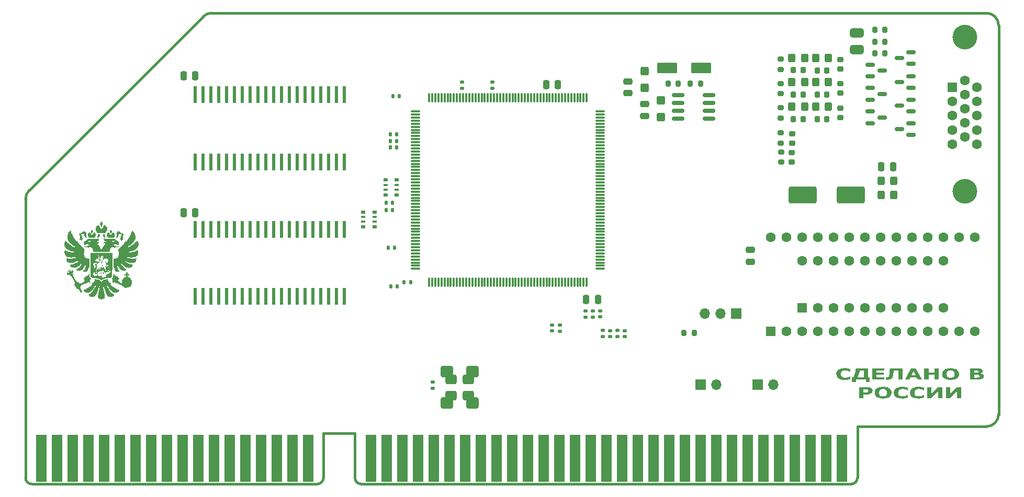
<source format=gts>
%TF.GenerationSoftware,KiCad,Pcbnew,9.0.3*%
%TF.CreationDate,2025-09-13T21:09:41+03:00*%
%TF.ProjectId,eos,656f732e-6b69-4636-9164-5f7063625858,1.0.2*%
%TF.SameCoordinates,Original*%
%TF.FileFunction,Soldermask,Top*%
%TF.FilePolarity,Negative*%
%FSLAX46Y46*%
G04 Gerber Fmt 4.6, Leading zero omitted, Abs format (unit mm)*
G04 Created by KiCad (PCBNEW 9.0.3) date 2025-09-13 21:09:41*
%MOMM*%
%LPD*%
G01*
G04 APERTURE LIST*
G04 Aperture macros list*
%AMRoundRect*
0 Rectangle with rounded corners*
0 $1 Rounding radius*
0 $2 $3 $4 $5 $6 $7 $8 $9 X,Y pos of 4 corners*
0 Add a 4 corners polygon primitive as box body*
4,1,4,$2,$3,$4,$5,$6,$7,$8,$9,$2,$3,0*
0 Add four circle primitives for the rounded corners*
1,1,$1+$1,$2,$3*
1,1,$1+$1,$4,$5*
1,1,$1+$1,$6,$7*
1,1,$1+$1,$8,$9*
0 Add four rect primitives between the rounded corners*
20,1,$1+$1,$2,$3,$4,$5,0*
20,1,$1+$1,$4,$5,$6,$7,0*
20,1,$1+$1,$6,$7,$8,$9,0*
20,1,$1+$1,$8,$9,$2,$3,0*%
%AMFreePoly0*
4,1,23,0.500000,-0.750000,0.000000,-0.750000,0.000000,-0.745722,-0.065263,-0.745722,-0.191342,-0.711940,-0.304381,-0.646677,-0.396677,-0.554381,-0.461940,-0.441342,-0.495722,-0.315263,-0.495722,-0.250000,-0.500000,-0.250000,-0.500000,0.250000,-0.495722,0.250000,-0.495722,0.315263,-0.461940,0.441342,-0.396677,0.554381,-0.304381,0.646677,-0.191342,0.711940,-0.065263,0.745722,0.000000,0.745722,
0.000000,0.750000,0.500000,0.750000,0.500000,-0.750000,0.500000,-0.750000,$1*%
%AMFreePoly1*
4,1,23,0.000000,0.745722,0.065263,0.745722,0.191342,0.711940,0.304381,0.646677,0.396677,0.554381,0.461940,0.441342,0.495722,0.315263,0.495722,0.250000,0.500000,0.250000,0.500000,-0.250000,0.495722,-0.250000,0.495722,-0.315263,0.461940,-0.441342,0.396677,-0.554381,0.304381,-0.646677,0.191342,-0.711940,0.065263,-0.745722,0.000000,-0.745722,0.000000,-0.750000,-0.500000,-0.750000,
-0.500000,0.750000,0.000000,0.750000,0.000000,0.745722,0.000000,0.745722,$1*%
G04 Aperture macros list end*
%ADD10C,0.360000*%
%ADD11C,0.000000*%
%ADD12RoundRect,0.250000X-0.250000X-0.475000X0.250000X-0.475000X0.250000X0.475000X-0.250000X0.475000X0*%
%ADD13RoundRect,0.250000X0.250000X0.475000X-0.250000X0.475000X-0.250000X-0.475000X0.250000X-0.475000X0*%
%ADD14R,0.508000X2.778000*%
%ADD15R,1.700000X1.700000*%
%ADD16O,1.700000X1.700000*%
%ADD17RoundRect,0.250000X0.475000X-0.250000X0.475000X0.250000X-0.475000X0.250000X-0.475000X-0.250000X0*%
%ADD18RoundRect,0.225000X0.250000X-0.225000X0.250000X0.225000X-0.250000X0.225000X-0.250000X-0.225000X0*%
%ADD19RoundRect,0.250000X-0.475000X0.250000X-0.475000X-0.250000X0.475000X-0.250000X0.475000X0.250000X0*%
%ADD20RoundRect,0.250000X0.425000X-0.450000X0.425000X0.450000X-0.425000X0.450000X-0.425000X-0.450000X0*%
%ADD21RoundRect,0.250000X2.000000X1.100000X-2.000000X1.100000X-2.000000X-1.100000X2.000000X-1.100000X0*%
%ADD22RoundRect,0.250000X-2.000000X-1.100000X2.000000X-1.100000X2.000000X1.100000X-2.000000X1.100000X0*%
%ADD23RoundRect,0.250000X0.325000X0.450000X-0.325000X0.450000X-0.325000X-0.450000X0.325000X-0.450000X0*%
%ADD24RoundRect,0.200000X-0.200000X-0.275000X0.200000X-0.275000X0.200000X0.275000X-0.200000X0.275000X0*%
%ADD25RoundRect,0.200000X0.200000X0.275000X-0.200000X0.275000X-0.200000X-0.275000X0.200000X-0.275000X0*%
%ADD26RoundRect,0.200000X-0.275000X0.200000X-0.275000X-0.200000X0.275000X-0.200000X0.275000X0.200000X0*%
%ADD27RoundRect,0.200000X0.275000X-0.200000X0.275000X0.200000X-0.275000X0.200000X-0.275000X-0.200000X0*%
%ADD28RoundRect,0.150000X-0.825000X-0.150000X0.825000X-0.150000X0.825000X0.150000X-0.825000X0.150000X0*%
%ADD29R,1.780000X7.620000*%
%ADD30RoundRect,0.250000X-0.325000X-0.450000X0.325000X-0.450000X0.325000X0.450000X-0.325000X0.450000X0*%
%ADD31RoundRect,0.225000X-0.225000X-0.250000X0.225000X-0.250000X0.225000X0.250000X-0.225000X0.250000X0*%
%ADD32RoundRect,0.225000X-0.250000X0.225000X-0.250000X-0.225000X0.250000X-0.225000X0.250000X0.225000X0*%
%ADD33RoundRect,0.250000X-1.400000X-0.600000X1.400000X-0.600000X1.400000X0.600000X-1.400000X0.600000X0*%
%ADD34C,4.000000*%
%ADD35R,1.600000X1.600000*%
%ADD36C,1.600000*%
%ADD37RoundRect,0.250000X-0.425000X0.450000X-0.425000X-0.450000X0.425000X-0.450000X0.425000X0.450000X0*%
%ADD38RoundRect,0.135000X0.185000X-0.135000X0.185000X0.135000X-0.185000X0.135000X-0.185000X-0.135000X0*%
%ADD39RoundRect,0.135000X-0.135000X-0.185000X0.135000X-0.185000X0.135000X0.185000X-0.135000X0.185000X0*%
%ADD40RoundRect,0.150000X0.587500X0.150000X-0.587500X0.150000X-0.587500X-0.150000X0.587500X-0.150000X0*%
%ADD41R,0.800000X0.500000*%
%ADD42R,0.800000X0.400000*%
%ADD43RoundRect,0.140000X-0.170000X0.140000X-0.170000X-0.140000X0.170000X-0.140000X0.170000X0.140000X0*%
%ADD44RoundRect,0.075000X0.075000X-0.662500X0.075000X0.662500X-0.075000X0.662500X-0.075000X-0.662500X0*%
%ADD45RoundRect,0.075000X0.662500X-0.075000X0.662500X0.075000X-0.662500X0.075000X-0.662500X-0.075000X0*%
%ADD46RoundRect,0.250000X0.550000X-0.550000X0.550000X0.550000X-0.550000X0.550000X-0.550000X-0.550000X0*%
%ADD47RoundRect,0.250000X0.750000X-0.650000X0.750000X0.650000X-0.750000X0.650000X-0.750000X-0.650000X0*%
%ADD48RoundRect,0.150000X-0.587500X-0.150000X0.587500X-0.150000X0.587500X0.150000X-0.587500X0.150000X0*%
%ADD49FreePoly0,0.000000*%
%ADD50FreePoly1,0.000000*%
%ADD51RoundRect,0.250001X0.649999X-0.519999X0.649999X0.519999X-0.649999X0.519999X-0.649999X-0.519999X0*%
%ADD52RoundRect,0.135000X0.135000X0.185000X-0.135000X0.185000X-0.135000X-0.185000X0.135000X-0.185000X0*%
%ADD53RoundRect,0.140000X0.170000X-0.140000X0.170000X0.140000X-0.170000X0.140000X-0.170000X-0.140000X0*%
%TA.AperFunction,Profile*%
%ADD54C,0.381000*%
%TD*%
G04 APERTURE END LIST*
D10*
G36*
X206241408Y-97430170D02*
G01*
X206046357Y-97423235D01*
X205865453Y-97402997D01*
X205697027Y-97370050D01*
X205536684Y-97322740D01*
X205394325Y-97263053D01*
X205268063Y-97190788D01*
X205158966Y-97106208D01*
X205066333Y-97007748D01*
X204990078Y-96893703D01*
X204936750Y-96773143D01*
X204903230Y-96636823D01*
X204891490Y-96482423D01*
X204902476Y-96338700D01*
X204934277Y-96207879D01*
X204985633Y-96088398D01*
X205058814Y-95974862D01*
X205149888Y-95874182D01*
X205259173Y-95785048D01*
X205381202Y-95711175D01*
X205522758Y-95648577D01*
X205686231Y-95597213D01*
X205858601Y-95560858D01*
X206043626Y-95538570D01*
X206243154Y-95530938D01*
X206406100Y-95534364D01*
X206544159Y-95543907D01*
X206791980Y-95577759D01*
X207007732Y-95630186D01*
X207177444Y-95683822D01*
X207177444Y-96128845D01*
X207099335Y-96128845D01*
X206973916Y-96057953D01*
X206802617Y-95977170D01*
X206701747Y-95940734D01*
X206591310Y-95910015D01*
X206474739Y-95889615D01*
X206347934Y-95882648D01*
X206206872Y-95890566D01*
X206074394Y-95913972D01*
X205951096Y-95954959D01*
X205834670Y-96017836D01*
X205742083Y-96096827D01*
X205664958Y-96203473D01*
X205617594Y-96326123D01*
X205600185Y-96483632D01*
X205608886Y-96597783D01*
X205633054Y-96692668D01*
X205670356Y-96771264D01*
X205752256Y-96877166D01*
X205847053Y-96953054D01*
X205962329Y-97011237D01*
X206088682Y-97049555D01*
X206222180Y-97071363D01*
X206351585Y-97078461D01*
X206474856Y-97071932D01*
X206597501Y-97052192D01*
X206715075Y-97021060D01*
X206822144Y-96980971D01*
X206983759Y-96903485D01*
X207106320Y-96832264D01*
X207177444Y-96832264D01*
X207177444Y-97272011D01*
X206987252Y-97330153D01*
X206797378Y-97377084D01*
X206554002Y-97416542D01*
X206429676Y-97426278D01*
X206241408Y-97430170D01*
G37*
G36*
X210013177Y-97043290D02*
G01*
X210274333Y-97043290D01*
X210274333Y-97817051D01*
X209647398Y-97817051D01*
X209647398Y-97387965D01*
X208041722Y-97387965D01*
X208041722Y-97817051D01*
X207414787Y-97817051D01*
X207414787Y-97043290D01*
X207615457Y-97043290D01*
X208269063Y-97043290D01*
X209331153Y-97043290D01*
X209331153Y-95917819D01*
X208670403Y-95917819D01*
X208638761Y-96140858D01*
X208591320Y-96347154D01*
X208529108Y-96537927D01*
X208407330Y-96812506D01*
X208269063Y-97043290D01*
X207615457Y-97043290D01*
X207739322Y-96840492D01*
X207844817Y-96616296D01*
X207930750Y-96368667D01*
X207990562Y-96117289D01*
X208027384Y-95850184D01*
X208039975Y-95566109D01*
X210013177Y-95566109D01*
X210013177Y-97043290D01*
G37*
G36*
X212651415Y-97395000D02*
G01*
X210738541Y-97395000D01*
X210738541Y-95566109D01*
X212651415Y-95566109D01*
X212651415Y-95917819D01*
X211416913Y-95917819D01*
X211416913Y-96234357D01*
X212562510Y-96234357D01*
X212562510Y-96586067D01*
X211416913Y-96586067D01*
X211416913Y-97043290D01*
X212651415Y-97043290D01*
X212651415Y-97395000D01*
G37*
G36*
X215622250Y-97395000D02*
G01*
X214940226Y-97395000D01*
X214940226Y-95917819D01*
X214183587Y-95917819D01*
X214169298Y-96107522D01*
X214153423Y-96289752D01*
X214122588Y-96528401D01*
X214083093Y-96707847D01*
X214030539Y-96869167D01*
X213977519Y-96986687D01*
X213912532Y-97091380D01*
X213849719Y-97167707D01*
X213779806Y-97233481D01*
X213714616Y-97282233D01*
X213618829Y-97333493D01*
X213497911Y-97374666D01*
X213365137Y-97400365D01*
X213222625Y-97409068D01*
X213038784Y-97404122D01*
X212917175Y-97396758D01*
X212917175Y-96987016D01*
X212942100Y-96987016D01*
X212978456Y-96991742D01*
X213025607Y-96994050D01*
X213172934Y-96985478D01*
X213218258Y-96973401D01*
X213258187Y-96954593D01*
X213334371Y-96893550D01*
X213396954Y-96808438D01*
X213443775Y-96692789D01*
X213485279Y-96495253D01*
X213519344Y-96190724D01*
X213536172Y-95911664D01*
X213547761Y-95566109D01*
X215622250Y-95566109D01*
X215622250Y-97395000D01*
G37*
G36*
X218742794Y-97395000D02*
G01*
X218037592Y-97395000D01*
X217854703Y-97022187D01*
X216874215Y-97022187D01*
X216691326Y-97395000D01*
X216004063Y-97395000D01*
X216379770Y-96691580D01*
X217039482Y-96691580D01*
X217689436Y-96691580D01*
X217364459Y-96034762D01*
X217039482Y-96691580D01*
X216379770Y-96691580D01*
X216980900Y-95566109D01*
X217765957Y-95566109D01*
X218742794Y-97395000D01*
G37*
G36*
X221494544Y-97395000D02*
G01*
X220812521Y-97395000D01*
X220812521Y-96586067D01*
X219805520Y-96586067D01*
X219805520Y-97395000D01*
X219123496Y-97395000D01*
X219123496Y-95566109D01*
X219805520Y-95566109D01*
X219805520Y-96234357D01*
X220812521Y-96234357D01*
X220812521Y-95566109D01*
X221494544Y-95566109D01*
X221494544Y-97395000D01*
G37*
G36*
X223635558Y-95542307D02*
G01*
X223859291Y-95574718D01*
X224055316Y-95626416D01*
X224227616Y-95696761D01*
X224379174Y-95786257D01*
X224506830Y-95892314D01*
X224607210Y-96012500D01*
X224680967Y-96148839D01*
X224727173Y-96304008D01*
X224743365Y-96481214D01*
X224727312Y-96656744D01*
X224681438Y-96810927D01*
X224608101Y-96946856D01*
X224508158Y-97067110D01*
X224380921Y-97173642D01*
X224230010Y-97263479D01*
X224057949Y-97334134D01*
X223861679Y-97386104D01*
X223637111Y-97418718D01*
X223379318Y-97430170D01*
X223122324Y-97418732D01*
X222898275Y-97386144D01*
X222702286Y-97334192D01*
X222530304Y-97263530D01*
X222379302Y-97173642D01*
X222252127Y-97067115D01*
X222152227Y-96946865D01*
X222078920Y-96810936D01*
X222033064Y-96656750D01*
X222017016Y-96481214D01*
X222725711Y-96481214D01*
X222740335Y-96637265D01*
X222779848Y-96758295D01*
X222844853Y-96864895D01*
X222922889Y-96944811D01*
X223019956Y-97007941D01*
X223130544Y-97051313D01*
X223252411Y-97076909D01*
X223381064Y-97085495D01*
X223509651Y-97076747D01*
X223631425Y-97050654D01*
X223742052Y-97006615D01*
X223839239Y-96942393D01*
X223925093Y-96852764D01*
X223986725Y-96746095D01*
X224021856Y-96627449D01*
X224034670Y-96479895D01*
X224019784Y-96322741D01*
X223979581Y-96201055D01*
X223913700Y-96093976D01*
X223835746Y-96015088D01*
X223737055Y-95951184D01*
X223626980Y-95908696D01*
X223506603Y-95883895D01*
X223381064Y-95875614D01*
X223254405Y-95883677D01*
X223136736Y-95907487D01*
X223028852Y-95948701D01*
X222926381Y-96012670D01*
X222848838Y-96090258D01*
X222781594Y-96201714D01*
X222740518Y-96327710D01*
X222725711Y-96481214D01*
X222017016Y-96481214D01*
X222033137Y-96303936D01*
X222079134Y-96148730D01*
X222152534Y-96012391D01*
X222252385Y-95892243D01*
X222379302Y-95786257D01*
X222530210Y-95696840D01*
X222702139Y-95626512D01*
X222898128Y-95574787D01*
X223122227Y-95542332D01*
X223379318Y-95530938D01*
X223635558Y-95542307D01*
G37*
G36*
X227832344Y-95570537D02*
G01*
X228002187Y-95580947D01*
X228148316Y-95604297D01*
X228296207Y-95646233D01*
X228390236Y-95686667D01*
X228464228Y-95733988D01*
X228520691Y-95788565D01*
X228575557Y-95882787D01*
X228594513Y-95992447D01*
X228582901Y-96078977D01*
X228549085Y-96156625D01*
X228493225Y-96227213D01*
X228418071Y-96288883D01*
X228323682Y-96341554D01*
X228207303Y-96385483D01*
X228207303Y-96395375D01*
X228373276Y-96428865D01*
X228508639Y-96478036D01*
X228618485Y-96542433D01*
X228701212Y-96622411D01*
X228752316Y-96718887D01*
X228770417Y-96836441D01*
X228761443Y-96923278D01*
X228735436Y-97001633D01*
X228693102Y-97072855D01*
X228601346Y-97168155D01*
X228480842Y-97245523D01*
X228316682Y-97314807D01*
X228137132Y-97360708D01*
X227937068Y-97385506D01*
X227662128Y-97395000D01*
X226507641Y-97395000D01*
X226507641Y-97064392D01*
X227186013Y-97064392D01*
X227235704Y-97064392D01*
X227647840Y-97063183D01*
X227768493Y-97054383D01*
X227876927Y-97031090D01*
X227969936Y-96993512D01*
X228023461Y-96949207D01*
X228053133Y-96895141D01*
X228063468Y-96831495D01*
X228049904Y-96750435D01*
X228014570Y-96696526D01*
X227952705Y-96656811D01*
X227848510Y-96625635D01*
X227761014Y-96613907D01*
X227628313Y-96608379D01*
X227335246Y-96607170D01*
X227186013Y-96607170D01*
X227186013Y-97064392D01*
X226507641Y-97064392D01*
X226507641Y-96290631D01*
X227186013Y-96290631D01*
X227292540Y-96290631D01*
X227567826Y-96286894D01*
X227674819Y-96277998D01*
X227747222Y-96261835D01*
X227826332Y-96227223D01*
X227868037Y-96187536D01*
X227889012Y-96139483D01*
X227896455Y-96081803D01*
X227888457Y-96036150D01*
X227863592Y-95989260D01*
X227819452Y-95949749D01*
X227747222Y-95920457D01*
X227667489Y-95905465D01*
X227561634Y-95898585D01*
X227249993Y-95896716D01*
X227186013Y-95896716D01*
X227186013Y-96290631D01*
X226507641Y-96290631D01*
X226507641Y-95566109D01*
X227534169Y-95566109D01*
X227832344Y-95570537D01*
G37*
G36*
X209938949Y-98598345D02*
G01*
X210122085Y-98620224D01*
X210287484Y-98658378D01*
X210428488Y-98710240D01*
X210527468Y-98763469D01*
X210608360Y-98824964D01*
X210672657Y-98895437D01*
X210718262Y-98972698D01*
X210746982Y-99062240D01*
X210757116Y-99166363D01*
X210741621Y-99287379D01*
X210694883Y-99406076D01*
X210618382Y-99514993D01*
X210517392Y-99602813D01*
X210406772Y-99669523D01*
X210289486Y-99723639D01*
X210164791Y-99765919D01*
X210032712Y-99795227D01*
X209873080Y-99814242D01*
X209680897Y-99821093D01*
X209256378Y-99821093D01*
X209256378Y-100419000D01*
X208574355Y-100419000D01*
X208574355Y-99476418D01*
X209256378Y-99476418D01*
X209451809Y-99476418D01*
X209618207Y-99472387D01*
X209738526Y-99461909D01*
X209844009Y-99439472D01*
X209927765Y-99403548D01*
X209984585Y-99360658D01*
X210022703Y-99310674D01*
X210044152Y-99253227D01*
X210052073Y-99178893D01*
X210036575Y-99106885D01*
X209991586Y-99047112D01*
X209925030Y-98999444D01*
X209851403Y-98969956D01*
X209744621Y-98947129D01*
X209643589Y-98937862D01*
X209373542Y-98934785D01*
X209256378Y-98934785D01*
X209256378Y-99476418D01*
X208574355Y-99476418D01*
X208574355Y-98590109D01*
X209696773Y-98590109D01*
X209938949Y-98598345D01*
G37*
G36*
X212705398Y-98566307D02*
G01*
X212929131Y-98598718D01*
X213125156Y-98650416D01*
X213297456Y-98720761D01*
X213449014Y-98810257D01*
X213576670Y-98916314D01*
X213677050Y-99036500D01*
X213750807Y-99172839D01*
X213797013Y-99328008D01*
X213813205Y-99505214D01*
X213797152Y-99680744D01*
X213751278Y-99834927D01*
X213677941Y-99970856D01*
X213577998Y-100091110D01*
X213450761Y-100197642D01*
X213299850Y-100287479D01*
X213127789Y-100358134D01*
X212931519Y-100410104D01*
X212706951Y-100442718D01*
X212449158Y-100454170D01*
X212192164Y-100442732D01*
X211968115Y-100410144D01*
X211772126Y-100358192D01*
X211600144Y-100287530D01*
X211449142Y-100197642D01*
X211321967Y-100091115D01*
X211222067Y-99970865D01*
X211148760Y-99834936D01*
X211102904Y-99680750D01*
X211086856Y-99505214D01*
X211795551Y-99505214D01*
X211810175Y-99661265D01*
X211849688Y-99782295D01*
X211914693Y-99888895D01*
X211992729Y-99968811D01*
X212089796Y-100031941D01*
X212200384Y-100075313D01*
X212322251Y-100100909D01*
X212450904Y-100109495D01*
X212579491Y-100100747D01*
X212701265Y-100074654D01*
X212811892Y-100030615D01*
X212909079Y-99966393D01*
X212994933Y-99876764D01*
X213056565Y-99770095D01*
X213091696Y-99651449D01*
X213104510Y-99503895D01*
X213089624Y-99346741D01*
X213049421Y-99225055D01*
X212983540Y-99117976D01*
X212905586Y-99039088D01*
X212806895Y-98975184D01*
X212696820Y-98932696D01*
X212576443Y-98907895D01*
X212450904Y-98899614D01*
X212324245Y-98907677D01*
X212206576Y-98931487D01*
X212098692Y-98972701D01*
X211996221Y-99036670D01*
X211918678Y-99114258D01*
X211851434Y-99225714D01*
X211810358Y-99351710D01*
X211795551Y-99505214D01*
X211086856Y-99505214D01*
X211102977Y-99327936D01*
X211148974Y-99172730D01*
X211222374Y-99036391D01*
X211322225Y-98916243D01*
X211449142Y-98810257D01*
X211600050Y-98720840D01*
X211771979Y-98650512D01*
X211967968Y-98598787D01*
X212192067Y-98566332D01*
X212449158Y-98554938D01*
X212705398Y-98566307D01*
G37*
G36*
X215530647Y-100454170D02*
G01*
X215335597Y-100447235D01*
X215154693Y-100426997D01*
X214986267Y-100394050D01*
X214825923Y-100346740D01*
X214683565Y-100287053D01*
X214557303Y-100214788D01*
X214448206Y-100130208D01*
X214355573Y-100031748D01*
X214279318Y-99917703D01*
X214225990Y-99797143D01*
X214192470Y-99660823D01*
X214180729Y-99506423D01*
X214191716Y-99362700D01*
X214223516Y-99231879D01*
X214274873Y-99112398D01*
X214348054Y-98998862D01*
X214439128Y-98898182D01*
X214548413Y-98809048D01*
X214670442Y-98735175D01*
X214811998Y-98672577D01*
X214975471Y-98621213D01*
X215147840Y-98584858D01*
X215332866Y-98562570D01*
X215532394Y-98554938D01*
X215695340Y-98558364D01*
X215833399Y-98567907D01*
X216081220Y-98601759D01*
X216296972Y-98654186D01*
X216466684Y-98707822D01*
X216466684Y-99152845D01*
X216388575Y-99152845D01*
X216263156Y-99081953D01*
X216091856Y-99001170D01*
X215990987Y-98964734D01*
X215880550Y-98934015D01*
X215763978Y-98913615D01*
X215637174Y-98906648D01*
X215496112Y-98914566D01*
X215363634Y-98937972D01*
X215240335Y-98978959D01*
X215123910Y-99041836D01*
X215031323Y-99120827D01*
X214954198Y-99227473D01*
X214906834Y-99350123D01*
X214889424Y-99507632D01*
X214898126Y-99621783D01*
X214922293Y-99716668D01*
X214959595Y-99795264D01*
X215041496Y-99901166D01*
X215136293Y-99977054D01*
X215251569Y-100035237D01*
X215377922Y-100073555D01*
X215511420Y-100095363D01*
X215640825Y-100102461D01*
X215764096Y-100095932D01*
X215886741Y-100076192D01*
X216004314Y-100045060D01*
X216111384Y-100004971D01*
X216272999Y-99927485D01*
X216395560Y-99856264D01*
X216466684Y-99856264D01*
X216466684Y-100296011D01*
X216276492Y-100354153D01*
X216086617Y-100401084D01*
X215843242Y-100440542D01*
X215718915Y-100450278D01*
X215530647Y-100454170D01*
G37*
G36*
X218162218Y-100454170D02*
G01*
X217967167Y-100447235D01*
X217786263Y-100426997D01*
X217617837Y-100394050D01*
X217457494Y-100346740D01*
X217315135Y-100287053D01*
X217188873Y-100214788D01*
X217079776Y-100130208D01*
X216987143Y-100031748D01*
X216910888Y-99917703D01*
X216857560Y-99797143D01*
X216824040Y-99660823D01*
X216812300Y-99506423D01*
X216823286Y-99362700D01*
X216855087Y-99231879D01*
X216906443Y-99112398D01*
X216979624Y-98998862D01*
X217070698Y-98898182D01*
X217179983Y-98809048D01*
X217302012Y-98735175D01*
X217443568Y-98672577D01*
X217607041Y-98621213D01*
X217779411Y-98584858D01*
X217964436Y-98562570D01*
X218163964Y-98554938D01*
X218326910Y-98558364D01*
X218464969Y-98567907D01*
X218712790Y-98601759D01*
X218928542Y-98654186D01*
X219098254Y-98707822D01*
X219098254Y-99152845D01*
X219020145Y-99152845D01*
X218894726Y-99081953D01*
X218723427Y-99001170D01*
X218622557Y-98964734D01*
X218512120Y-98934015D01*
X218395549Y-98913615D01*
X218268744Y-98906648D01*
X218127682Y-98914566D01*
X217995204Y-98937972D01*
X217871906Y-98978959D01*
X217755480Y-99041836D01*
X217662893Y-99120827D01*
X217585768Y-99227473D01*
X217538404Y-99350123D01*
X217520995Y-99507632D01*
X217529696Y-99621783D01*
X217553864Y-99716668D01*
X217591166Y-99795264D01*
X217673066Y-99901166D01*
X217767863Y-99977054D01*
X217883139Y-100035237D01*
X218009493Y-100073555D01*
X218142990Y-100095363D01*
X218272396Y-100102461D01*
X218395666Y-100095932D01*
X218518311Y-100076192D01*
X218635885Y-100045060D01*
X218742954Y-100004971D01*
X218904569Y-99927485D01*
X219027130Y-99856264D01*
X219098254Y-99856264D01*
X219098254Y-100296011D01*
X218908062Y-100354153D01*
X218718188Y-100401084D01*
X218474812Y-100440542D01*
X218350486Y-100450278D01*
X218162218Y-100454170D01*
G37*
G36*
X222010349Y-100419000D02*
G01*
X221346106Y-100419000D01*
X221346106Y-99201754D01*
X220248454Y-100419000D01*
X219598500Y-100419000D01*
X219598500Y-98590109D01*
X220262743Y-98590109D01*
X220262743Y-99691840D01*
X221284032Y-98590109D01*
X222010349Y-98590109D01*
X222010349Y-100419000D01*
G37*
G36*
X225086441Y-100419000D02*
G01*
X224422198Y-100419000D01*
X224422198Y-99201754D01*
X223324547Y-100419000D01*
X222674592Y-100419000D01*
X222674592Y-98590109D01*
X223338835Y-98590109D01*
X223338835Y-99691840D01*
X224360124Y-98590109D01*
X225086441Y-98590109D01*
X225086441Y-100419000D01*
G37*
D11*
%TO.C,G\u002A\u002A\u002A*%
G36*
X85737707Y-73935335D02*
G01*
X85712406Y-74041191D01*
X85665460Y-74146002D01*
X85604237Y-74235189D01*
X85567677Y-74271853D01*
X85475693Y-74334237D01*
X85365105Y-74386533D01*
X85254840Y-74420217D01*
X85227497Y-74425028D01*
X85141492Y-74437220D01*
X85192648Y-74401616D01*
X85277323Y-74320540D01*
X85344466Y-74209863D01*
X85391297Y-74075245D01*
X85412218Y-73954591D01*
X85424063Y-73841265D01*
X85586456Y-73841265D01*
X85748848Y-73841265D01*
X85737707Y-73935335D01*
G37*
G36*
X86535527Y-73959202D02*
G01*
X86565234Y-74111484D01*
X86616201Y-74240555D01*
X86686341Y-74342190D01*
X86753091Y-74399751D01*
X86804246Y-74433488D01*
X86756466Y-74432990D01*
X86711141Y-74426496D01*
X86647942Y-74410451D01*
X86609576Y-74398245D01*
X86534189Y-74367175D01*
X86458739Y-74328426D01*
X86431767Y-74311917D01*
X86348112Y-74237518D01*
X86277678Y-74138985D01*
X86227179Y-74028555D01*
X86203332Y-73918464D01*
X86202321Y-73893823D01*
X86202215Y-73841265D01*
X86362199Y-73841265D01*
X86522183Y-73841265D01*
X86535527Y-73959202D01*
G37*
G36*
X84456550Y-73143852D02*
G01*
X84483139Y-73153649D01*
X84546778Y-73198744D01*
X84583359Y-73268265D01*
X84592567Y-73359325D01*
X84574085Y-73469036D01*
X84530662Y-73587752D01*
X84492634Y-73668531D01*
X84463614Y-73714516D01*
X84438607Y-73726485D01*
X84412619Y-73705209D01*
X84380656Y-73651466D01*
X84361539Y-73613991D01*
X84326880Y-73538166D01*
X84298622Y-73464458D01*
X84282553Y-73408068D01*
X84282059Y-73405305D01*
X84282747Y-73317200D01*
X84310926Y-73235238D01*
X84361708Y-73172147D01*
X84375524Y-73161999D01*
X84417198Y-73141234D01*
X84456550Y-73143852D01*
G37*
G36*
X87547209Y-73148354D02*
G01*
X87570215Y-73161999D01*
X87624111Y-73217875D01*
X87658366Y-73294829D01*
X87667219Y-73378325D01*
X87664527Y-73399998D01*
X87646216Y-73466103D01*
X87614861Y-73548672D01*
X87577324Y-73631537D01*
X87540467Y-73698530D01*
X87533182Y-73709461D01*
X87505173Y-73749449D01*
X87472810Y-73700055D01*
X87432862Y-73627615D01*
X87395938Y-73540974D01*
X87367007Y-73453918D01*
X87351039Y-73380234D01*
X87349395Y-73357735D01*
X87363146Y-73266937D01*
X87403172Y-73196265D01*
X87462600Y-73153649D01*
X87509570Y-73139762D01*
X87547209Y-73148354D01*
G37*
G36*
X86023432Y-71818555D02*
G01*
X86038053Y-71825407D01*
X86119478Y-71883234D01*
X86172672Y-71964365D01*
X86197556Y-72066249D01*
X86194052Y-72186333D01*
X86162080Y-72322066D01*
X86101563Y-72470895D01*
X86060393Y-72549749D01*
X86024543Y-72610050D01*
X85994031Y-72654549D01*
X85974636Y-72674950D01*
X85972869Y-72675426D01*
X85955800Y-72659930D01*
X85926815Y-72619073D01*
X85891836Y-72561301D01*
X85887755Y-72554057D01*
X85809844Y-72394317D01*
X85762108Y-72248906D01*
X85744512Y-72119584D01*
X85757021Y-72008112D01*
X85799601Y-71916250D01*
X85872217Y-71845758D01*
X85902119Y-71827828D01*
X85947808Y-71806233D01*
X85981476Y-71803263D01*
X86023432Y-71818555D01*
G37*
G36*
X86301516Y-79975258D02*
G01*
X86347563Y-80027518D01*
X86375861Y-80097577D01*
X86396721Y-80152037D01*
X86422375Y-80193506D01*
X86425000Y-80196308D01*
X86445973Y-80222332D01*
X86448169Y-80232803D01*
X86408881Y-80247922D01*
X86350611Y-80249833D01*
X86302553Y-80241355D01*
X86262549Y-80226150D01*
X86244822Y-80202331D01*
X86240484Y-80156244D01*
X86240439Y-80145927D01*
X86236199Y-80092662D01*
X86220339Y-80066130D01*
X86202430Y-80058296D01*
X86176522Y-80043368D01*
X86175370Y-80030640D01*
X86199823Y-80021653D01*
X86227713Y-80025796D01*
X86255651Y-80033218D01*
X86255757Y-80024814D01*
X86232699Y-79997906D01*
X86208746Y-79968826D01*
X86213096Y-79958460D01*
X86244071Y-79957141D01*
X86301516Y-79975258D01*
G37*
G36*
X86169181Y-77320715D02*
G01*
X86236779Y-77365678D01*
X86286759Y-77435403D01*
X86298004Y-77463702D01*
X86309660Y-77526021D01*
X86307712Y-77585412D01*
X86307303Y-77587367D01*
X86285638Y-77640446D01*
X86249040Y-77689380D01*
X86204947Y-77728784D01*
X86160797Y-77753274D01*
X86124029Y-77757464D01*
X86102080Y-77735969D01*
X86102074Y-77735951D01*
X86111237Y-77711118D01*
X86143772Y-77679645D01*
X86152424Y-77673491D01*
X86206874Y-77617689D01*
X86231352Y-77550468D01*
X86226312Y-77481419D01*
X86192210Y-77420134D01*
X86138517Y-77380240D01*
X86064955Y-77364252D01*
X85993582Y-77385034D01*
X85951543Y-77417444D01*
X85928280Y-77448367D01*
X85918003Y-77488405D01*
X85917788Y-77550659D01*
X85918583Y-77565077D01*
X85920341Y-77628471D01*
X85914812Y-77661850D01*
X85900408Y-77672997D01*
X85896504Y-77673244D01*
X85868898Y-77656128D01*
X85847449Y-77612528D01*
X85835285Y-77554062D01*
X85835534Y-77492350D01*
X85840705Y-77465973D01*
X85879058Y-77387708D01*
X85938904Y-77334011D01*
X86012421Y-77304920D01*
X86091788Y-77300475D01*
X86169181Y-77320715D01*
G37*
G36*
X84170480Y-73538358D02*
G01*
X84186062Y-73571449D01*
X84194823Y-73600543D01*
X84224443Y-73676885D01*
X84267172Y-73755507D01*
X84317165Y-73828569D01*
X84368579Y-73888229D01*
X84415567Y-73926648D01*
X84445496Y-73936825D01*
X84486489Y-73920018D01*
X84534791Y-73874546D01*
X84585120Y-73807835D01*
X84632192Y-73727309D01*
X84670721Y-73640394D01*
X84683510Y-73602363D01*
X84701860Y-73553348D01*
X84722917Y-73533004D01*
X84751968Y-73531782D01*
X84860427Y-73558930D01*
X84947741Y-73612416D01*
X84986306Y-73650127D01*
X85050916Y-73748741D01*
X85084416Y-73862620D01*
X85087388Y-73985651D01*
X85060411Y-74111720D01*
X85004064Y-74234718D01*
X84920196Y-74347157D01*
X84840386Y-74433740D01*
X84438507Y-74433740D01*
X84036627Y-74433740D01*
X83966551Y-74360075D01*
X83879963Y-74245981D01*
X83825022Y-74116760D01*
X83799242Y-73966416D01*
X83798443Y-73954576D01*
X83795798Y-73867302D01*
X83801568Y-73805257D01*
X83817183Y-73756090D01*
X83822803Y-73744343D01*
X83887560Y-73646640D01*
X83969568Y-73580506D01*
X84075681Y-73540817D01*
X84102521Y-73535203D01*
X84146673Y-73529135D01*
X84170480Y-73538358D01*
G37*
G36*
X87823696Y-73527165D02*
G01*
X87878262Y-73541351D01*
X87939292Y-73565322D01*
X87997925Y-73595936D01*
X88045304Y-73630049D01*
X88058563Y-73643332D01*
X88110712Y-73716198D01*
X88139841Y-73794959D01*
X88149254Y-73891192D01*
X88147296Y-73954576D01*
X88125757Y-74099264D01*
X88077399Y-74224542D01*
X87997494Y-74342193D01*
X87986626Y-74355115D01*
X87919327Y-74433740D01*
X87512339Y-74433740D01*
X87105352Y-74433740D01*
X87025542Y-74347157D01*
X86942752Y-74236646D01*
X86887790Y-74118924D01*
X86859957Y-73999211D01*
X86858557Y-73882727D01*
X86882891Y-73774695D01*
X86932262Y-73680335D01*
X87005971Y-73604868D01*
X87103320Y-73553515D01*
X87132819Y-73544653D01*
X87198089Y-73530315D01*
X87234936Y-73530631D01*
X87250856Y-73547179D01*
X87253568Y-73570045D01*
X87264753Y-73624598D01*
X87293962Y-73692501D01*
X87335455Y-73765275D01*
X87383494Y-73834440D01*
X87432338Y-73891518D01*
X87476248Y-73928030D01*
X87501839Y-73936825D01*
X87533935Y-73923249D01*
X87576502Y-73888791D01*
X87597860Y-73866488D01*
X87634352Y-73817509D01*
X87674974Y-73751812D01*
X87714161Y-73679969D01*
X87746346Y-73612547D01*
X87765965Y-73560116D01*
X87769393Y-73540727D01*
X87784453Y-73525909D01*
X87823696Y-73527165D01*
G37*
G36*
X86494099Y-72382390D02*
G01*
X86587282Y-72416289D01*
X86677233Y-72464763D01*
X86745282Y-72517416D01*
X86827833Y-72616024D01*
X86880301Y-72726107D01*
X86905681Y-72855311D01*
X86909176Y-72936204D01*
X86893716Y-73105157D01*
X86849267Y-73269493D01*
X86779332Y-73421149D01*
X86687415Y-73552065D01*
X86607320Y-73630836D01*
X86537524Y-73688368D01*
X85972869Y-73688368D01*
X85408215Y-73688368D01*
X85338419Y-73630836D01*
X85263524Y-73554231D01*
X85189774Y-73452908D01*
X85125341Y-73339720D01*
X85078398Y-73227521D01*
X85074777Y-73216195D01*
X85047636Y-73095114D01*
X85036253Y-72966761D01*
X85040600Y-72843227D01*
X85060648Y-72736602D01*
X85076037Y-72694538D01*
X85138138Y-72593242D01*
X85223672Y-72503900D01*
X85323951Y-72432716D01*
X85430284Y-72385897D01*
X85530983Y-72369632D01*
X85566357Y-72374661D01*
X85588455Y-72396421D01*
X85606840Y-72444917D01*
X85608617Y-72450858D01*
X85660377Y-72586631D01*
X85732305Y-72721736D01*
X85815576Y-72840473D01*
X85849349Y-72879091D01*
X85899486Y-72928959D01*
X85942021Y-72965330D01*
X85968506Y-72981057D01*
X85970041Y-72981220D01*
X86008774Y-72964887D01*
X86058701Y-72920256D01*
X86115313Y-72853879D01*
X86174101Y-72772309D01*
X86230558Y-72682098D01*
X86280175Y-72589798D01*
X86318444Y-72501962D01*
X86334966Y-72450858D01*
X86351630Y-72399687D01*
X86371731Y-72376034D01*
X86404986Y-72369715D01*
X86412468Y-72369632D01*
X86494099Y-72382390D01*
G37*
G36*
X83240751Y-73334994D02*
G01*
X83306232Y-73362413D01*
X83380094Y-73413159D01*
X83450942Y-73477849D01*
X83507378Y-73547101D01*
X83516966Y-73562420D01*
X83565809Y-73645764D01*
X83526334Y-73822984D01*
X83504301Y-73941795D01*
X83496254Y-74035505D01*
X83498752Y-74079513D01*
X83523828Y-74170098D01*
X83568211Y-74261755D01*
X83624115Y-74340950D01*
X83677464Y-74390130D01*
X83742405Y-74433740D01*
X83684437Y-74433740D01*
X83594129Y-74421122D01*
X83494221Y-74387650D01*
X83401740Y-74339896D01*
X83357299Y-74307465D01*
X83282463Y-74220251D01*
X83225909Y-74101810D01*
X83187033Y-73950783D01*
X83180281Y-73909632D01*
X83168507Y-73840971D01*
X83156777Y-73789917D01*
X83147279Y-73765650D01*
X83145763Y-73764816D01*
X83122495Y-73768697D01*
X83071031Y-73779095D01*
X83000469Y-73794139D01*
X82961743Y-73802627D01*
X82877502Y-73819796D01*
X82800247Y-73832997D01*
X82742662Y-73840151D01*
X82728588Y-73840851D01*
X82686282Y-73844346D01*
X82666645Y-73852301D01*
X82666474Y-73853189D01*
X82676355Y-73873838D01*
X82702377Y-73917060D01*
X82739112Y-73973876D01*
X82742745Y-73979330D01*
X82828427Y-74140372D01*
X82882029Y-74315413D01*
X82900494Y-74485318D01*
X82898500Y-74569100D01*
X82887368Y-74634502D01*
X82862708Y-74701074D01*
X82842412Y-74744004D01*
X82805175Y-74812423D01*
X82766387Y-74872350D01*
X82736529Y-74908571D01*
X82690266Y-74952034D01*
X82676992Y-74863518D01*
X82654747Y-74779407D01*
X82615935Y-74728040D01*
X82556739Y-74706128D01*
X82495662Y-74707162D01*
X82406060Y-74717774D01*
X82454428Y-74620038D01*
X82496168Y-74493028D01*
X82505880Y-74345351D01*
X82483562Y-74176937D01*
X82441906Y-74024974D01*
X82408558Y-73920569D01*
X82388457Y-73846395D01*
X82381792Y-73796755D01*
X82388752Y-73765955D01*
X82409524Y-73748301D01*
X82444299Y-73738097D01*
X82451462Y-73736722D01*
X82551093Y-73706499D01*
X82668136Y-73651120D01*
X82795194Y-73574511D01*
X82905375Y-73495763D01*
X83007558Y-73420670D01*
X83088101Y-73369989D01*
X83152413Y-73341126D01*
X83205905Y-73331488D01*
X83240751Y-73334994D01*
G37*
G36*
X88780317Y-73337158D02*
G01*
X88841255Y-73361560D01*
X88917526Y-73407907D01*
X88997037Y-73464688D01*
X89126809Y-73558160D01*
X89234382Y-73628495D01*
X89325311Y-73678841D01*
X89405151Y-73712347D01*
X89463023Y-73728753D01*
X89510272Y-73740477D01*
X89542246Y-73754796D01*
X89559548Y-73777420D01*
X89562777Y-73814057D01*
X89552535Y-73870413D01*
X89529421Y-73952199D01*
X89497335Y-74054718D01*
X89467048Y-74153694D01*
X89447934Y-74227598D01*
X89438179Y-74287306D01*
X89435968Y-74343696D01*
X89439156Y-74403512D01*
X89456192Y-74513862D01*
X89486600Y-74609523D01*
X89493686Y-74624838D01*
X89537783Y-74713941D01*
X89451526Y-74706109D01*
X89377257Y-74707382D01*
X89326580Y-74730930D01*
X89292660Y-74782283D01*
X89272041Y-74851280D01*
X89249542Y-74951176D01*
X89198592Y-74897914D01*
X89119055Y-74788083D01*
X89068520Y-74658890D01*
X89046952Y-74515832D01*
X89054315Y-74364405D01*
X89090575Y-74210106D01*
X89155695Y-74058433D01*
X89204478Y-73977108D01*
X89241506Y-73920084D01*
X89268251Y-73875892D01*
X89279228Y-73853623D01*
X89279265Y-73853189D01*
X89262529Y-73844956D01*
X89221772Y-73840915D01*
X89217151Y-73840851D01*
X89170354Y-73836538D01*
X89099072Y-73825387D01*
X89015990Y-73809479D01*
X88983996Y-73802627D01*
X88907566Y-73786000D01*
X88845948Y-73773100D01*
X88808166Y-73765791D01*
X88801079Y-73764816D01*
X88792819Y-73782242D01*
X88781517Y-73828476D01*
X88769298Y-73894454D01*
X88766354Y-73912935D01*
X88731583Y-74062701D01*
X88678160Y-74189543D01*
X88608656Y-74287989D01*
X88575680Y-74319226D01*
X88500656Y-74366893D01*
X88407923Y-74405824D01*
X88315208Y-74429441D01*
X88267632Y-74433528D01*
X88218543Y-74433316D01*
X88281287Y-74383870D01*
X88342283Y-74318308D01*
X88396084Y-74228918D01*
X88434875Y-74130090D01*
X88446550Y-74079562D01*
X88448310Y-74001450D01*
X88433284Y-73890674D01*
X88419662Y-73824137D01*
X88379930Y-73645764D01*
X88427990Y-73563756D01*
X88488864Y-73483097D01*
X88568265Y-73409543D01*
X88652222Y-73355378D01*
X88677803Y-73344133D01*
X88728052Y-73332188D01*
X88780317Y-73337158D01*
G37*
G36*
X90177663Y-80015637D02*
G01*
X90227851Y-80021932D01*
X90250796Y-80038442D01*
X90251988Y-80069954D01*
X90236915Y-80121255D01*
X90232283Y-80134741D01*
X90212441Y-80201325D01*
X90199712Y-80261550D01*
X90197271Y-80286348D01*
X90200276Y-80321198D01*
X90218110Y-80332011D01*
X90258761Y-80326994D01*
X90316840Y-80311797D01*
X90384046Y-80288228D01*
X90400706Y-80281383D01*
X90447421Y-80263693D01*
X90477124Y-80262500D01*
X90493617Y-80283079D01*
X90500698Y-80330703D01*
X90502167Y-80410645D01*
X90502148Y-80422173D01*
X90499066Y-80506968D01*
X90488916Y-80557569D01*
X90469569Y-80577687D01*
X90438899Y-80571032D01*
X90422377Y-80561308D01*
X90374746Y-80540033D01*
X90310003Y-80522602D01*
X90284019Y-80518173D01*
X90192309Y-80505602D01*
X90205430Y-80589724D01*
X90218196Y-80662255D01*
X90233826Y-80707071D01*
X90260324Y-80734333D01*
X90305695Y-80754204D01*
X90344809Y-80766653D01*
X90504388Y-80835174D01*
X90644470Y-80935614D01*
X90762312Y-81065536D01*
X90853306Y-81218541D01*
X90883113Y-81287169D01*
X90901884Y-81349114D01*
X90912714Y-81418730D01*
X90918701Y-81510368D01*
X90919273Y-81524335D01*
X90921509Y-81615975D01*
X90918381Y-81683696D01*
X90907878Y-81741654D01*
X90887993Y-81804006D01*
X90874513Y-81839685D01*
X90846922Y-81919626D01*
X90824993Y-81999187D01*
X90813721Y-82059474D01*
X90805021Y-82108426D01*
X90786233Y-82151099D01*
X90751023Y-82198156D01*
X90696627Y-82256596D01*
X90640726Y-82312224D01*
X90601350Y-82344677D01*
X90569518Y-82359252D01*
X90536249Y-82361245D01*
X90521553Y-82359827D01*
X90467567Y-82361077D01*
X90419795Y-82384097D01*
X90391881Y-82406384D01*
X90316290Y-82450632D01*
X90229805Y-82459982D01*
X90144344Y-82440607D01*
X90100375Y-82430484D01*
X90066308Y-82441907D01*
X90036104Y-82466941D01*
X89983582Y-82503088D01*
X89927111Y-82525245D01*
X89926416Y-82525386D01*
X89880999Y-82533165D01*
X89844217Y-82533753D01*
X89796083Y-82526867D01*
X89776180Y-82523254D01*
X89744492Y-82506729D01*
X89692222Y-82467557D01*
X89625330Y-82410601D01*
X89549775Y-82340720D01*
X89535687Y-82327116D01*
X89455037Y-82252029D01*
X89375271Y-82183566D01*
X89304629Y-82128462D01*
X89251349Y-82093448D01*
X89246968Y-82091145D01*
X89196047Y-82068324D01*
X89117430Y-82036726D01*
X89019694Y-81999634D01*
X88911416Y-81960335D01*
X88841658Y-81935924D01*
X88662085Y-81872123D01*
X88516003Y-81815745D01*
X88399766Y-81765149D01*
X88309733Y-81718692D01*
X88242259Y-81674732D01*
X88217576Y-81654707D01*
X88176317Y-81620869D01*
X88145170Y-81608723D01*
X88106452Y-81614796D01*
X88071428Y-81626006D01*
X88003136Y-81644413D01*
X87921187Y-81660621D01*
X87879511Y-81666679D01*
X87769824Y-81679930D01*
X87779172Y-81621245D01*
X87789554Y-81556160D01*
X87798068Y-81502875D01*
X87800081Y-81440909D01*
X87792790Y-81358406D01*
X87778582Y-81270549D01*
X87759845Y-81192526D01*
X87741723Y-81144471D01*
X87708271Y-81092222D01*
X87678445Y-81056088D01*
X87660023Y-81034896D01*
X87655810Y-81015914D01*
X87669098Y-80990506D01*
X87703181Y-80950040D01*
X87730328Y-80920056D01*
X87791070Y-80843170D01*
X87835610Y-80760406D01*
X87866554Y-80663714D01*
X87886510Y-80545040D01*
X87897756Y-80402828D01*
X87908742Y-80189146D01*
X87979386Y-80297711D01*
X88083785Y-80431228D01*
X88207578Y-80544637D01*
X88343927Y-80633328D01*
X88485994Y-80692687D01*
X88599632Y-80716006D01*
X88660764Y-80724087D01*
X88692753Y-80735117D01*
X88704646Y-80753652D01*
X88705902Y-80769503D01*
X88694333Y-80813926D01*
X88666412Y-80862224D01*
X88665499Y-80863396D01*
X88641624Y-80900923D01*
X88636232Y-80925355D01*
X88637321Y-80926985D01*
X88662068Y-80934062D01*
X88711508Y-80938476D01*
X88744616Y-80939210D01*
X88801261Y-80940900D01*
X88829456Y-80949022D01*
X88838929Y-80968151D01*
X88839687Y-80983929D01*
X88822667Y-81067433D01*
X88776085Y-81150445D01*
X88717802Y-81211628D01*
X88648504Y-81268749D01*
X88790371Y-81439544D01*
X88857936Y-81517020D01*
X88928365Y-81591371D01*
X88991969Y-81652668D01*
X89028153Y-81683189D01*
X89095426Y-81730558D01*
X89162723Y-81771707D01*
X89224034Y-81803888D01*
X89273346Y-81824350D01*
X89304647Y-81830345D01*
X89311926Y-81819125D01*
X89308023Y-81811161D01*
X89298894Y-81783208D01*
X89287196Y-81730103D01*
X89277835Y-81677534D01*
X89270204Y-81515829D01*
X89296815Y-81356319D01*
X89354113Y-81204261D01*
X89438544Y-81064912D01*
X89546555Y-80943532D01*
X89674591Y-80845378D01*
X89819099Y-80775709D01*
X89903709Y-80751568D01*
X89943433Y-80738219D01*
X89964290Y-80712627D01*
X89976169Y-80662171D01*
X89976775Y-80658318D01*
X89987143Y-80598651D01*
X89997394Y-80550237D01*
X89999574Y-80541938D01*
X90002285Y-80520684D01*
X89988531Y-80512225D01*
X89949856Y-80514089D01*
X89918193Y-80518167D01*
X89853041Y-80531922D01*
X89797081Y-80551737D01*
X89781660Y-80560086D01*
X89742974Y-80577875D01*
X89718304Y-80577951D01*
X89710310Y-80555253D01*
X89704351Y-80505814D01*
X89700698Y-80441077D01*
X89699621Y-80372485D01*
X89701391Y-80311482D01*
X89706277Y-80269509D01*
X89710751Y-80258286D01*
X89733219Y-80258651D01*
X89777345Y-80272276D01*
X89801534Y-80282131D01*
X89864916Y-80305614D01*
X89924854Y-80321294D01*
X89938633Y-80323412D01*
X89975250Y-80325213D01*
X89990388Y-80312763D01*
X89991520Y-80276011D01*
X89989903Y-80254459D01*
X89978052Y-80184232D01*
X89957539Y-80116242D01*
X89956020Y-80112517D01*
X89941336Y-80067408D01*
X89946156Y-80038636D01*
X89975520Y-80022650D01*
X90034466Y-80015900D01*
X90094745Y-80014770D01*
X90177663Y-80015637D01*
G37*
G36*
X87024036Y-81189675D02*
G01*
X87041074Y-81283423D01*
X87090653Y-81388424D01*
X87170465Y-81500219D01*
X87205601Y-81540661D01*
X87267392Y-81601219D01*
X87344062Y-81665860D01*
X87424720Y-81726330D01*
X87498476Y-81774372D01*
X87545871Y-81798586D01*
X87546831Y-81815104D01*
X87520503Y-81848160D01*
X87494893Y-81872151D01*
X87421055Y-81936536D01*
X87585453Y-82092153D01*
X87792552Y-82275603D01*
X88003958Y-82438955D01*
X88215042Y-82579320D01*
X88421174Y-82693811D01*
X88617724Y-82779540D01*
X88758460Y-82823838D01*
X88811689Y-82841736D01*
X88835625Y-82863803D01*
X88839687Y-82885553D01*
X88826404Y-82948000D01*
X88791600Y-83021939D01*
X88742834Y-83094060D01*
X88689852Y-83149276D01*
X88582334Y-83216646D01*
X88451608Y-83265339D01*
X88308871Y-83293332D01*
X88165319Y-83298601D01*
X88032150Y-83279122D01*
X88008682Y-83272373D01*
X87862268Y-83208560D01*
X87712098Y-83108987D01*
X87560145Y-82975685D01*
X87408381Y-82810687D01*
X87258780Y-82616024D01*
X87113315Y-82393728D01*
X87049200Y-82284283D01*
X86997029Y-82195744D01*
X86956714Y-82137909D01*
X86923872Y-82106881D01*
X86894120Y-82098760D01*
X86863075Y-82109647D01*
X86857011Y-82113325D01*
X86852262Y-82137909D01*
X86866681Y-82189240D01*
X86897599Y-82262693D01*
X86942344Y-82353646D01*
X86998245Y-82457476D01*
X87062631Y-82569557D01*
X87132832Y-82685267D01*
X87206176Y-82799982D01*
X87279992Y-82909079D01*
X87351609Y-83007934D01*
X87418357Y-83091922D01*
X87430523Y-83106110D01*
X87519196Y-83200933D01*
X87618996Y-83295932D01*
X87723223Y-83385729D01*
X87825179Y-83464947D01*
X87918164Y-83528208D01*
X87995479Y-83570135D01*
X88020571Y-83579746D01*
X88047323Y-83599459D01*
X88045474Y-83632987D01*
X88000524Y-83726586D01*
X87925780Y-83816946D01*
X87829444Y-83896645D01*
X87719716Y-83958259D01*
X87661914Y-83980117D01*
X87547682Y-84004725D01*
X87425545Y-84012131D01*
X87309423Y-84002503D01*
X87213237Y-83976009D01*
X87210144Y-83974664D01*
X87090668Y-83902311D01*
X86974758Y-83793250D01*
X86863163Y-83648891D01*
X86756633Y-83470649D01*
X86655917Y-83259933D01*
X86561765Y-83018156D01*
X86474924Y-82746731D01*
X86396146Y-82447068D01*
X86393481Y-82435817D01*
X86367192Y-82328166D01*
X86346583Y-82253540D01*
X86330052Y-82207438D01*
X86315996Y-82185359D01*
X86303362Y-82182581D01*
X86268605Y-82192290D01*
X86259369Y-82193259D01*
X86250880Y-82211164D01*
X86249758Y-82261772D01*
X86255306Y-82340423D01*
X86266825Y-82442458D01*
X86283618Y-82563214D01*
X86304985Y-82698033D01*
X86330229Y-82842254D01*
X86358651Y-82991217D01*
X86389553Y-83140261D01*
X86422238Y-83284726D01*
X86424016Y-83292205D01*
X86456996Y-83433531D01*
X86481246Y-83545864D01*
X86498034Y-83637103D01*
X86508629Y-83715150D01*
X86514301Y-83787903D01*
X86516319Y-83863263D01*
X86516345Y-83866921D01*
X86516138Y-83956662D01*
X86512869Y-84018435D01*
X86504606Y-84062476D01*
X86489414Y-84099026D01*
X86465361Y-84138323D01*
X86464985Y-84138891D01*
X86414710Y-84196080D01*
X86339855Y-84250431D01*
X86236773Y-84303934D01*
X86101815Y-84358577D01*
X85991982Y-84396738D01*
X85962784Y-84394055D01*
X85907585Y-84379127D01*
X85835562Y-84354662D01*
X85788065Y-84336523D01*
X85663216Y-84283549D01*
X85570720Y-84233941D01*
X85505906Y-84181561D01*
X85464103Y-84120272D01*
X85440640Y-84043937D01*
X85430846Y-83946419D01*
X85429608Y-83865569D01*
X85431317Y-83789555D01*
X85436695Y-83716762D01*
X85447025Y-83639113D01*
X85463591Y-83548532D01*
X85487679Y-83436942D01*
X85519260Y-83301761D01*
X85560415Y-83121754D01*
X85597105Y-82946450D01*
X85628752Y-82779876D01*
X85654774Y-82626059D01*
X85674593Y-82489028D01*
X85687629Y-82372810D01*
X85693301Y-82281431D01*
X85691030Y-82218920D01*
X85680236Y-82189304D01*
X85679485Y-82188773D01*
X85655685Y-82178108D01*
X85635800Y-82182994D01*
X85617537Y-82207895D01*
X85598602Y-82257276D01*
X85576703Y-82335598D01*
X85551993Y-82436938D01*
X85473818Y-82736281D01*
X85387445Y-83007876D01*
X85293657Y-83250249D01*
X85193236Y-83461928D01*
X85086965Y-83641443D01*
X84975627Y-83787320D01*
X84860002Y-83898089D01*
X84740874Y-83972275D01*
X84734576Y-83975115D01*
X84615318Y-84008604D01*
X84483157Y-84013554D01*
X84346801Y-83992535D01*
X84214959Y-83948114D01*
X84096336Y-83882864D01*
X83999642Y-83799352D01*
X83958685Y-83746139D01*
X83917948Y-83678810D01*
X83901756Y-83632773D01*
X83912165Y-83598410D01*
X83951232Y-83566103D01*
X84003675Y-83535730D01*
X84190569Y-83413266D01*
X84373134Y-83254609D01*
X84549729Y-83061694D01*
X84718716Y-82836459D01*
X84878455Y-82580838D01*
X84992360Y-82368042D01*
X85042669Y-82264950D01*
X85075244Y-82191371D01*
X85091445Y-82143705D01*
X85092634Y-82118354D01*
X85088728Y-82113325D01*
X85050534Y-82098189D01*
X85015527Y-82107875D01*
X84978625Y-82145989D01*
X84934743Y-82216138D01*
X84928863Y-82226705D01*
X84786154Y-82467312D01*
X84638385Y-82681817D01*
X84487649Y-82867844D01*
X84336042Y-83023019D01*
X84185657Y-83144966D01*
X84046085Y-83227754D01*
X83915596Y-83274715D01*
X83778793Y-83296161D01*
X83641213Y-83293942D01*
X83508394Y-83269909D01*
X83385874Y-83225914D01*
X83279191Y-83163808D01*
X83193883Y-83085442D01*
X83135488Y-82992668D01*
X83112852Y-82915790D01*
X83107721Y-82872319D01*
X83116669Y-82848799D01*
X83148399Y-82834200D01*
X83184997Y-82824364D01*
X83386911Y-82756988D01*
X83599598Y-82656520D01*
X83819360Y-82525250D01*
X84042500Y-82365466D01*
X84265321Y-82179456D01*
X84344979Y-82106295D01*
X84411387Y-82042825D01*
X84466221Y-81988596D01*
X84504179Y-81948985D01*
X84519958Y-81929370D01*
X84520112Y-81928671D01*
X84505418Y-81911452D01*
X84468925Y-81883477D01*
X84453220Y-81872955D01*
X84411891Y-81843012D01*
X84388874Y-81820164D01*
X84387132Y-81815619D01*
X84402779Y-81799795D01*
X84443374Y-81771592D01*
X84500320Y-81736954D01*
X84503631Y-81735051D01*
X84610216Y-81662227D01*
X84709057Y-81572872D01*
X84794890Y-81473853D01*
X84862449Y-81372038D01*
X84906471Y-81274294D01*
X84921703Y-81189675D01*
X84921703Y-81117215D01*
X85098490Y-81129514D01*
X85321781Y-81158008D01*
X85521579Y-81210263D01*
X85695255Y-81285308D01*
X85840179Y-81382171D01*
X85881061Y-81418581D01*
X85969800Y-81503613D01*
X86052561Y-81426954D01*
X86202909Y-81313540D01*
X86380441Y-81226233D01*
X86584029Y-81165456D01*
X86812549Y-81131629D01*
X86847249Y-81129015D01*
X87024036Y-81117215D01*
X87024036Y-81189675D01*
G37*
G36*
X81007322Y-79590825D02*
G01*
X81019383Y-79629409D01*
X81015060Y-79661958D01*
X80985937Y-79670460D01*
X80959574Y-79676854D01*
X80948314Y-79702911D01*
X80946383Y-79742656D01*
X80956008Y-79808296D01*
X80980880Y-79862744D01*
X81014994Y-79895199D01*
X81033752Y-79899805D01*
X81061203Y-79884873D01*
X81093804Y-79847944D01*
X81100625Y-79837691D01*
X81125996Y-79783263D01*
X81133989Y-79720243D01*
X81132218Y-79675238D01*
X81128968Y-79616954D01*
X81133202Y-79587183D01*
X81149104Y-79576356D01*
X81176108Y-79574899D01*
X81251719Y-79592695D01*
X81321676Y-79640822D01*
X81380070Y-79711388D01*
X81420990Y-79796498D01*
X81438527Y-79888262D01*
X81437737Y-79924319D01*
X81414343Y-80016768D01*
X81361975Y-80084443D01*
X81279504Y-80128726D01*
X81267656Y-80132497D01*
X81221717Y-80149394D01*
X81196498Y-80164761D01*
X81194841Y-80168202D01*
X81211202Y-80191130D01*
X81252283Y-80217858D01*
X81306084Y-80241578D01*
X81343240Y-80252391D01*
X81386863Y-80267828D01*
X81401927Y-80292836D01*
X81389156Y-80333773D01*
X81358191Y-80384024D01*
X81311307Y-80453110D01*
X81614907Y-80964832D01*
X81690704Y-81092222D01*
X81760944Y-81209570D01*
X81823078Y-81312677D01*
X81874559Y-81397340D01*
X81912841Y-81459357D01*
X81935374Y-81494527D01*
X81939670Y-81500445D01*
X81972546Y-81517412D01*
X82021979Y-81524753D01*
X82022193Y-81524754D01*
X82103270Y-81539352D01*
X82189959Y-81576843D01*
X82265313Y-81629266D01*
X82284231Y-81647858D01*
X82350907Y-81706173D01*
X82429032Y-81743082D01*
X82530400Y-81763843D01*
X82549069Y-81765966D01*
X82667400Y-81766874D01*
X82778467Y-81742217D01*
X82886562Y-81689612D01*
X82995979Y-81606679D01*
X83111009Y-81491036D01*
X83171740Y-81420482D01*
X83297356Y-81268849D01*
X83227998Y-81211678D01*
X83161398Y-81139018D01*
X83118642Y-81055149D01*
X83106052Y-80983929D01*
X83109646Y-80957284D01*
X83126912Y-80944022D01*
X83167580Y-80939566D01*
X83201123Y-80939210D01*
X83270547Y-80936123D01*
X83305104Y-80925103D01*
X83307786Y-80903513D01*
X83281580Y-80868713D01*
X83281322Y-80868438D01*
X83251322Y-80821370D01*
X83239837Y-80775626D01*
X83243071Y-80747500D01*
X83258923Y-80731312D01*
X83296620Y-80721888D01*
X83346107Y-80716006D01*
X83487813Y-80683549D01*
X83629296Y-80618056D01*
X83763716Y-80524140D01*
X83884235Y-80406411D01*
X83966353Y-80297711D01*
X84036997Y-80189146D01*
X84047983Y-80402828D01*
X84059836Y-80550206D01*
X84080174Y-80667866D01*
X84111602Y-80763860D01*
X84156728Y-80846242D01*
X84215411Y-80920056D01*
X84261654Y-80971810D01*
X84285385Y-81004000D01*
X84289896Y-81025259D01*
X84278479Y-81044221D01*
X84267294Y-81056088D01*
X84220492Y-81116404D01*
X84187122Y-81191058D01*
X84162872Y-81290505D01*
X84157372Y-81322695D01*
X84146527Y-81414782D01*
X84147196Y-81498345D01*
X84160043Y-81591941D01*
X84168608Y-81635696D01*
X84171868Y-81660332D01*
X84162960Y-81672206D01*
X84133598Y-81673864D01*
X84075500Y-81667848D01*
X84067168Y-81666847D01*
X83990350Y-81654696D01*
X83916094Y-81638341D01*
X83882822Y-81628686D01*
X83843813Y-81617042D01*
X83812953Y-81615712D01*
X83779378Y-81627884D01*
X83732227Y-81656745D01*
X83690320Y-81685165D01*
X83628675Y-81723017D01*
X83553931Y-81759991D01*
X83459534Y-81798863D01*
X83338926Y-81842410D01*
X83242053Y-81874970D01*
X83076619Y-81930885D01*
X82944419Y-81979417D01*
X82841693Y-82022804D01*
X82764682Y-82063283D01*
X82709626Y-82103094D01*
X82672765Y-82144475D01*
X82650341Y-82189664D01*
X82639681Y-82233615D01*
X82609502Y-82317732D01*
X82560700Y-82379303D01*
X82494416Y-82445588D01*
X82676005Y-82753412D01*
X82747247Y-82877294D01*
X82802021Y-82979202D01*
X82838870Y-83056227D01*
X82856332Y-83105460D01*
X82857595Y-83115475D01*
X82840663Y-83177590D01*
X82796804Y-83226450D01*
X82736428Y-83257005D01*
X82669939Y-83264204D01*
X82607747Y-83242998D01*
X82602417Y-83239306D01*
X82581583Y-83214593D01*
X82546630Y-83162959D01*
X82501768Y-83091028D01*
X82451206Y-83005420D01*
X82429271Y-82966958D01*
X82289264Y-82718842D01*
X82182224Y-82707095D01*
X82112809Y-82694798D01*
X82052082Y-82676161D01*
X82027114Y-82663850D01*
X81984085Y-82618528D01*
X81961958Y-82560634D01*
X81965730Y-82509930D01*
X81959141Y-82485234D01*
X81922697Y-82470735D01*
X81873783Y-82448986D01*
X81823400Y-82410897D01*
X81816521Y-82404052D01*
X81780729Y-82357648D01*
X81769491Y-82309476D01*
X81771180Y-82272852D01*
X81773236Y-82224775D01*
X81761806Y-82195961D01*
X81728313Y-82172648D01*
X81699864Y-82158388D01*
X81628724Y-82107638D01*
X81583519Y-82042217D01*
X81564932Y-81970107D01*
X81573647Y-81899293D01*
X81610348Y-81837762D01*
X81668869Y-81796462D01*
X81714339Y-81775762D01*
X81741824Y-81763154D01*
X81744748Y-81761776D01*
X81736914Y-81745157D01*
X81712310Y-81699049D01*
X81673017Y-81627213D01*
X81621117Y-81533413D01*
X81558689Y-81421411D01*
X81487816Y-81294969D01*
X81417679Y-81170429D01*
X81085398Y-80581675D01*
X80992000Y-80579980D01*
X80936333Y-80577444D01*
X80909484Y-80569009D01*
X80902052Y-80549452D01*
X80902976Y-80530505D01*
X80909149Y-80428986D01*
X80905939Y-80363009D01*
X80893467Y-80333033D01*
X80871855Y-80339520D01*
X80857223Y-80357201D01*
X80800654Y-80409322D01*
X80723337Y-80444043D01*
X80655531Y-80454056D01*
X80574710Y-80436364D01*
X80501459Y-80388768D01*
X80440617Y-80319491D01*
X80397022Y-80236758D01*
X80375511Y-80148791D01*
X80380924Y-80063813D01*
X80398952Y-80017962D01*
X80418953Y-79988259D01*
X80435715Y-79990067D01*
X80449441Y-80004889D01*
X80505212Y-80049961D01*
X80577798Y-80079788D01*
X80653638Y-80091158D01*
X80719172Y-80080857D01*
X80735457Y-80072647D01*
X80752958Y-80042611D01*
X80743962Y-79999640D01*
X80712860Y-79953315D01*
X80664044Y-79913216D01*
X80661748Y-79911856D01*
X80619127Y-79888690D01*
X80595644Y-79885092D01*
X80577868Y-79900620D01*
X80571668Y-79908904D01*
X80547090Y-79932062D01*
X80521579Y-79923112D01*
X80516958Y-79919413D01*
X80487909Y-79875968D01*
X80494368Y-79827200D01*
X80534947Y-79777784D01*
X80565596Y-79755546D01*
X80632502Y-79714843D01*
X80673260Y-79695239D01*
X80692964Y-79695807D01*
X80696707Y-79715620D01*
X80694245Y-79732137D01*
X80694039Y-79768299D01*
X80716493Y-79793886D01*
X80748755Y-79811405D01*
X80812599Y-79841850D01*
X80812599Y-79775939D01*
X80802833Y-79719163D01*
X80774374Y-79689572D01*
X80744385Y-79668182D01*
X80736476Y-79655453D01*
X80752764Y-79641284D01*
X80794790Y-79618186D01*
X80843756Y-79595473D01*
X80922377Y-79568020D01*
X80975688Y-79566237D01*
X81007322Y-79590825D01*
G37*
G36*
X91000874Y-73278227D02*
G01*
X91123927Y-73361104D01*
X91233971Y-73476616D01*
X91327947Y-73620492D01*
X91402801Y-73788463D01*
X91432373Y-73881118D01*
X91447817Y-73948633D01*
X91458261Y-74026930D01*
X91464414Y-74124346D01*
X91466984Y-74249214D01*
X91467159Y-74290399D01*
X91466889Y-74403346D01*
X91464985Y-74486489D01*
X91460408Y-74548248D01*
X91452122Y-74597038D01*
X91439090Y-74641277D01*
X91420273Y-74689381D01*
X91417043Y-74697082D01*
X91348598Y-74841269D01*
X91268549Y-74971721D01*
X91168746Y-75100678D01*
X91088245Y-75190754D01*
X90962370Y-75314116D01*
X90811128Y-75443504D01*
X90644673Y-75570826D01*
X90473161Y-75687989D01*
X90430894Y-75714613D01*
X90292455Y-75800256D01*
X90304070Y-75876705D01*
X90312846Y-75926433D01*
X90320521Y-75956929D01*
X90322195Y-75960253D01*
X90342044Y-75955267D01*
X90388400Y-75931514D01*
X90456434Y-75892115D01*
X90541315Y-75840189D01*
X90638212Y-75778857D01*
X90742296Y-75711237D01*
X90848735Y-75640450D01*
X90952700Y-75569616D01*
X91049360Y-75501855D01*
X91133884Y-75440285D01*
X91171365Y-75411808D01*
X91307253Y-75301444D01*
X91433530Y-75189029D01*
X91543630Y-75080850D01*
X91630984Y-74983191D01*
X91664122Y-74940211D01*
X91701157Y-74888738D01*
X91728399Y-74850977D01*
X91738842Y-74836612D01*
X91756370Y-74840167D01*
X91787429Y-74867811D01*
X91824947Y-74911436D01*
X91861850Y-74962935D01*
X91887583Y-75007104D01*
X91941323Y-75151704D01*
X91969660Y-75320984D01*
X91974073Y-75427570D01*
X91959355Y-75621651D01*
X91913961Y-75795138D01*
X91836033Y-75952551D01*
X91723712Y-76098407D01*
X91679291Y-76144275D01*
X91560329Y-76248377D01*
X91425642Y-76340944D01*
X91270780Y-76424078D01*
X91091294Y-76499880D01*
X90882733Y-76570453D01*
X90640647Y-76637898D01*
X90626669Y-76641458D01*
X90378212Y-76704460D01*
X90372479Y-76769823D01*
X90366747Y-76835185D01*
X90506264Y-76819019D01*
X90751007Y-76784475D01*
X90984548Y-76739451D01*
X91202261Y-76685366D01*
X91399517Y-76623639D01*
X91571687Y-76555690D01*
X91714144Y-76482940D01*
X91806035Y-76420301D01*
X91876898Y-76363560D01*
X91901596Y-76406814D01*
X91913600Y-76447158D01*
X91921453Y-76520081D01*
X91925324Y-76627693D01*
X91925810Y-76708082D01*
X91924629Y-76821155D01*
X91920872Y-76905349D01*
X91913483Y-76969975D01*
X91901409Y-77024348D01*
X91884088Y-77076464D01*
X91821878Y-77209121D01*
X91740990Y-77321143D01*
X91639550Y-77413101D01*
X91515687Y-77485565D01*
X91367531Y-77539105D01*
X91193209Y-77574290D01*
X90990850Y-77591691D01*
X90758583Y-77591879D01*
X90494537Y-77575422D01*
X90308320Y-77556454D01*
X90246755Y-77550405D01*
X90211216Y-77553099D01*
X90189773Y-77568727D01*
X90170500Y-77601481D01*
X90168348Y-77605637D01*
X90149341Y-77647805D01*
X90143243Y-77672950D01*
X90144007Y-77674755D01*
X90167386Y-77682530D01*
X90221650Y-77693951D01*
X90299754Y-77707926D01*
X90394655Y-77723362D01*
X90499307Y-77739168D01*
X90606666Y-77754252D01*
X90709687Y-77767522D01*
X90801326Y-77777885D01*
X90823284Y-77780051D01*
X91029805Y-77791764D01*
X91224851Y-77787522D01*
X91401546Y-77767925D01*
X91553014Y-77733577D01*
X91618722Y-77710415D01*
X91637104Y-77705309D01*
X91647016Y-77713601D01*
X91649888Y-77742389D01*
X91647151Y-77798770D01*
X91644299Y-77837279D01*
X91616836Y-78006258D01*
X91563084Y-78156586D01*
X91485321Y-78283861D01*
X91385825Y-78383681D01*
X91347660Y-78410450D01*
X91276195Y-78451323D01*
X91207096Y-78479028D01*
X91131090Y-78495293D01*
X91038902Y-78501845D01*
X90921259Y-78500412D01*
X90875127Y-78498475D01*
X90678564Y-78480937D01*
X90495030Y-78445658D01*
X90313005Y-78389513D01*
X90120968Y-78309376D01*
X90046054Y-78273504D01*
X89809457Y-78156863D01*
X89762503Y-78203817D01*
X89715549Y-78250771D01*
X89874871Y-78350126D01*
X90110472Y-78484849D01*
X90346835Y-78596594D01*
X90577669Y-78682849D01*
X90796682Y-78741107D01*
X90899993Y-78758980D01*
X90977117Y-78770162D01*
X91023318Y-78779647D01*
X91045567Y-78790730D01*
X91050839Y-78806706D01*
X91046745Y-78828332D01*
X91014484Y-78917460D01*
X90964596Y-79011704D01*
X90906020Y-79095995D01*
X90857509Y-79147343D01*
X90761153Y-79208522D01*
X90639055Y-79253577D01*
X90500812Y-79280954D01*
X90356020Y-79289096D01*
X90214276Y-79276450D01*
X90148866Y-79262199D01*
X90007579Y-79209754D01*
X89855209Y-79126578D01*
X89697182Y-79016417D01*
X89538924Y-78883015D01*
X89399690Y-78745019D01*
X89335092Y-78676445D01*
X89290536Y-78631893D01*
X89260011Y-78607418D01*
X89237500Y-78599074D01*
X89216990Y-78602918D01*
X89197469Y-78612386D01*
X89145041Y-78639856D01*
X89219566Y-78749026D01*
X89355756Y-78931984D01*
X89504875Y-79102858D01*
X89659721Y-79254194D01*
X89813095Y-79378540D01*
X89857407Y-79409243D01*
X89921983Y-79453662D01*
X89972303Y-79491247D01*
X90001265Y-79516540D01*
X90005526Y-79523058D01*
X89992879Y-79564047D01*
X89960768Y-79617587D01*
X89917934Y-79670434D01*
X89891761Y-79695431D01*
X89804791Y-79745435D01*
X89695051Y-79772696D01*
X89570525Y-79777173D01*
X89439195Y-79758825D01*
X89309043Y-79717612D01*
X89266961Y-79698620D01*
X89134021Y-79615084D01*
X89004888Y-79498578D01*
X88883678Y-79354358D01*
X88774506Y-79187677D01*
X88681491Y-79003788D01*
X88638418Y-78896419D01*
X88618254Y-78842003D01*
X88603874Y-78804798D01*
X88599649Y-78795150D01*
X88580608Y-78795093D01*
X88543587Y-78802531D01*
X88512404Y-78813023D01*
X88499014Y-78831304D01*
X88498913Y-78868897D01*
X88503355Y-78905479D01*
X88533263Y-79062063D01*
X88580403Y-79223940D01*
X88640946Y-79381987D01*
X88711064Y-79527080D01*
X88786930Y-79650095D01*
X88846722Y-79723891D01*
X88895958Y-79776899D01*
X88922031Y-79809927D01*
X88928331Y-79830492D01*
X88918247Y-79846110D01*
X88906255Y-79855842D01*
X88816882Y-79903364D01*
X88705970Y-79931052D01*
X88585499Y-79937445D01*
X88467446Y-79921082D01*
X88438478Y-79912873D01*
X88365887Y-79875069D01*
X88289230Y-79811155D01*
X88217658Y-79730886D01*
X88160325Y-79644018D01*
X88135502Y-79589933D01*
X88100823Y-79474836D01*
X88073987Y-79345879D01*
X88058563Y-79222145D01*
X88056234Y-79165804D01*
X88056090Y-79091172D01*
X88015129Y-79127580D01*
X87975503Y-79170497D01*
X87938752Y-79221325D01*
X87929787Y-79234938D01*
X87922479Y-79241711D01*
X87916656Y-79238381D01*
X87912151Y-79221684D01*
X87908794Y-79188357D01*
X87906414Y-79135137D01*
X87904844Y-79058761D01*
X87903912Y-78955964D01*
X87903450Y-78823485D01*
X87903288Y-78658059D01*
X87903264Y-78538067D01*
X87903193Y-77797472D01*
X87987516Y-77797472D01*
X88088730Y-77790465D01*
X88203576Y-77771636D01*
X88317133Y-77744277D01*
X88414482Y-77711678D01*
X88450767Y-77695291D01*
X88573845Y-77611146D01*
X88674807Y-77496917D01*
X88737546Y-77386562D01*
X88781587Y-77249229D01*
X88800305Y-77084566D01*
X88793653Y-76893920D01*
X88763341Y-76687658D01*
X88738464Y-76550594D01*
X88723632Y-76444226D01*
X88718843Y-76362369D01*
X88724097Y-76298841D01*
X88739392Y-76247455D01*
X88763238Y-76204231D01*
X88792525Y-76169299D01*
X88845382Y-76114784D01*
X88916352Y-76045973D01*
X88999978Y-75968153D01*
X89090803Y-75886611D01*
X89093280Y-75884429D01*
X89190515Y-75796833D01*
X89286468Y-75706880D01*
X89373957Y-75621559D01*
X89445798Y-75547856D01*
X89490280Y-75498262D01*
X89540007Y-75432901D01*
X89594115Y-75352459D01*
X89648200Y-75264684D01*
X89697855Y-75177322D01*
X89738674Y-75098120D01*
X89766250Y-75034824D01*
X89776180Y-74995605D01*
X89784871Y-74972074D01*
X89812233Y-74977065D01*
X89860197Y-75011275D01*
X89888831Y-75036219D01*
X89963367Y-75103558D01*
X90115538Y-74878544D01*
X90309568Y-74581777D01*
X90476945Y-74304868D01*
X90617184Y-74048761D01*
X90729804Y-73814404D01*
X90814322Y-73602743D01*
X90870255Y-73414724D01*
X90876325Y-73387803D01*
X90909790Y-73232071D01*
X91000874Y-73278227D01*
G37*
G36*
X81034965Y-73235439D02*
G01*
X81040834Y-73255102D01*
X81052089Y-73303004D01*
X81066591Y-73369906D01*
X81070970Y-73390924D01*
X81118370Y-73564767D01*
X81193449Y-73762747D01*
X81295476Y-73983431D01*
X81423718Y-74225386D01*
X81577444Y-74487177D01*
X81755923Y-74767370D01*
X81829926Y-74878138D01*
X81981821Y-75102747D01*
X82060018Y-75035813D01*
X82116502Y-74990523D01*
X82150816Y-74971582D01*
X82166943Y-74977461D01*
X82169559Y-74993781D01*
X82179911Y-75035766D01*
X82208031Y-75101012D01*
X82249513Y-75181644D01*
X82299952Y-75269789D01*
X82354943Y-75357570D01*
X82410080Y-75437113D01*
X82437623Y-75472950D01*
X82491644Y-75534756D01*
X82567482Y-75614209D01*
X82657908Y-75704107D01*
X82755693Y-75797250D01*
X82844911Y-75878698D01*
X82936283Y-75961464D01*
X83020801Y-76040385D01*
X83093077Y-76110244D01*
X83147725Y-76165827D01*
X83179356Y-76201918D01*
X83180687Y-76203745D01*
X83206812Y-76249358D01*
X83222302Y-76301793D01*
X83227207Y-76367270D01*
X83221579Y-76452007D01*
X83205467Y-76562225D01*
X83184541Y-76675606D01*
X83152188Y-76890714D01*
X83144830Y-77078952D01*
X83162828Y-77242675D01*
X83206539Y-77384240D01*
X83276321Y-77506000D01*
X83318900Y-77557793D01*
X83410598Y-77642100D01*
X83514823Y-77704865D01*
X83638815Y-77749214D01*
X83789814Y-77778272D01*
X83844826Y-77784832D01*
X84042546Y-77805617D01*
X84042474Y-78542139D01*
X84042413Y-78728967D01*
X84042155Y-78880841D01*
X84041528Y-79001033D01*
X84040363Y-79092813D01*
X84038489Y-79159451D01*
X84035734Y-79204220D01*
X84031927Y-79230388D01*
X84026898Y-79241228D01*
X84020476Y-79240010D01*
X84012489Y-79230005D01*
X84006987Y-79221325D01*
X83969648Y-79169776D01*
X83930610Y-79127580D01*
X83889649Y-79091172D01*
X83889505Y-79165804D01*
X83881483Y-79279179D01*
X83860182Y-79407780D01*
X83829168Y-79532520D01*
X83810236Y-79589933D01*
X83762541Y-79683562D01*
X83693607Y-79773110D01*
X83612705Y-79849010D01*
X83529107Y-79901698D01*
X83495633Y-79914540D01*
X83392972Y-79933697D01*
X83281478Y-79936040D01*
X83177107Y-79922120D01*
X83113188Y-79901375D01*
X83062300Y-79874948D01*
X83027178Y-79850647D01*
X83020628Y-79843407D01*
X83026061Y-79818716D01*
X83055430Y-79774827D01*
X83104367Y-79718237D01*
X83105672Y-79716854D01*
X83182047Y-79618347D01*
X83255617Y-79490682D01*
X83322614Y-79342913D01*
X83379272Y-79184092D01*
X83421821Y-79023275D01*
X83441940Y-78908825D01*
X83447965Y-78852906D01*
X83443879Y-78823493D01*
X83425469Y-78809323D01*
X83402152Y-78802531D01*
X83363230Y-78794842D01*
X83346089Y-78795150D01*
X83337904Y-78814788D01*
X83321078Y-78859096D01*
X83307321Y-78896419D01*
X83224920Y-79088098D01*
X83124360Y-79265085D01*
X83009683Y-79422204D01*
X82884936Y-79554278D01*
X82754163Y-79656129D01*
X82681717Y-79697106D01*
X82556938Y-79745190D01*
X82427346Y-79772497D01*
X82301701Y-79778668D01*
X82188759Y-79763346D01*
X82097279Y-79726172D01*
X82089751Y-79721308D01*
X82040884Y-79680056D01*
X81993861Y-79627071D01*
X81957479Y-79573785D01*
X81940535Y-79531626D01*
X81940213Y-79527009D01*
X81955395Y-79506210D01*
X81995331Y-79473295D01*
X82051604Y-79435143D01*
X82055653Y-79432630D01*
X82225542Y-79310424D01*
X82395477Y-79154634D01*
X82561104Y-78969645D01*
X82705641Y-78777856D01*
X82801318Y-78640182D01*
X82750066Y-78613328D01*
X82729572Y-78603870D01*
X82710535Y-78601832D01*
X82687929Y-78610724D01*
X82656726Y-78634057D01*
X82611898Y-78675341D01*
X82548419Y-78738085D01*
X82496301Y-78790500D01*
X82322535Y-78952716D01*
X82153665Y-79084861D01*
X81992700Y-79184742D01*
X81888681Y-79233358D01*
X81828951Y-79254382D01*
X81769476Y-79267738D01*
X81698712Y-79275035D01*
X81605119Y-79277881D01*
X81567527Y-79278118D01*
X81422201Y-79273293D01*
X81305808Y-79256510D01*
X81210325Y-79225567D01*
X81127728Y-79178262D01*
X81086941Y-79146240D01*
X81028548Y-79081798D01*
X80971844Y-78994933D01*
X80925653Y-78900772D01*
X80901848Y-78828891D01*
X80897842Y-78805000D01*
X80904280Y-78789301D01*
X80928192Y-78778408D01*
X80976606Y-78768933D01*
X81047398Y-78758755D01*
X81201816Y-78731323D01*
X81354598Y-78690949D01*
X81511275Y-78635322D01*
X81677380Y-78562132D01*
X81858444Y-78469068D01*
X82060000Y-78353819D01*
X82156769Y-78295383D01*
X82229984Y-78250565D01*
X82182248Y-78202828D01*
X82134511Y-78155092D01*
X81965692Y-78242265D01*
X81777736Y-78333176D01*
X81607398Y-78401103D01*
X81444248Y-78449027D01*
X81277854Y-78479932D01*
X81097787Y-78496800D01*
X81070612Y-78498224D01*
X80942606Y-78502059D01*
X80843116Y-78498456D01*
X80762865Y-78485692D01*
X80692575Y-78462042D01*
X80622967Y-78425784D01*
X80598079Y-78410450D01*
X80491749Y-78320913D01*
X80406381Y-78202431D01*
X80344254Y-78059406D01*
X80307645Y-77896242D01*
X80301440Y-77837279D01*
X80296540Y-77765300D01*
X80296569Y-77724288D01*
X80302957Y-77707143D01*
X80317137Y-77706768D01*
X80327017Y-77710415D01*
X80458445Y-77750882D01*
X80618176Y-77778108D01*
X80798417Y-77791423D01*
X80991374Y-77790160D01*
X81135650Y-77779664D01*
X81222024Y-77769898D01*
X81321600Y-77757015D01*
X81427288Y-77742128D01*
X81531998Y-77726348D01*
X81628640Y-77710785D01*
X81710123Y-77696551D01*
X81769360Y-77684757D01*
X81799259Y-77676515D01*
X81801142Y-77675345D01*
X81798243Y-77655480D01*
X81782376Y-77614899D01*
X81776849Y-77602956D01*
X81745631Y-77537492D01*
X81570575Y-77563165D01*
X81451615Y-77576520D01*
X81313689Y-77585404D01*
X81166218Y-77589824D01*
X81018626Y-77589789D01*
X80880335Y-77585306D01*
X80760768Y-77576385D01*
X80669348Y-77563033D01*
X80666250Y-77562372D01*
X80485962Y-77508723D01*
X80335878Y-77432034D01*
X80214973Y-77331308D01*
X80122225Y-77205552D01*
X80056610Y-77053769D01*
X80028269Y-76941925D01*
X80018237Y-76865082D01*
X80013359Y-76771096D01*
X80013302Y-76670028D01*
X80017732Y-76571940D01*
X80026314Y-76486893D01*
X80038715Y-76424950D01*
X80046061Y-76406125D01*
X80069378Y-76362556D01*
X80139972Y-76417085D01*
X80289851Y-76514337D01*
X80472610Y-76599669D01*
X80689237Y-76673424D01*
X80940720Y-76735944D01*
X81195961Y-76782619D01*
X81294444Y-76797762D01*
X81385970Y-76811236D01*
X81460219Y-76821559D01*
X81506344Y-76827198D01*
X81553387Y-76830103D01*
X81572754Y-76820089D01*
X81574782Y-76788228D01*
X81573236Y-76769434D01*
X81567527Y-76704460D01*
X81319070Y-76640994D01*
X81102578Y-76582058D01*
X80917826Y-76523362D01*
X80758428Y-76462380D01*
X80617999Y-76396587D01*
X80490156Y-76323459D01*
X80449068Y-76296905D01*
X80287517Y-76169314D01*
X80157677Y-76023136D01*
X80060958Y-75860385D01*
X79998771Y-75683074D01*
X79989661Y-75641272D01*
X79976823Y-75528512D01*
X79975928Y-75397266D01*
X79986082Y-75263286D01*
X80006388Y-75142326D01*
X80021115Y-75088408D01*
X80045323Y-75031976D01*
X80080804Y-74969350D01*
X80121079Y-74909819D01*
X80159671Y-74862673D01*
X80190102Y-74837203D01*
X80197722Y-74835129D01*
X80214274Y-74849946D01*
X80242929Y-74887939D01*
X80264551Y-74920613D01*
X80315546Y-74987835D01*
X80392201Y-75071267D01*
X80488652Y-75165507D01*
X80599033Y-75265151D01*
X80717479Y-75364794D01*
X80838124Y-75459033D01*
X80891321Y-75498060D01*
X80970752Y-75553854D01*
X81062869Y-75616619D01*
X81162307Y-75682912D01*
X81263700Y-75749292D01*
X81361684Y-75812315D01*
X81450893Y-75868539D01*
X81525962Y-75914522D01*
X81581527Y-75946822D01*
X81612222Y-75961995D01*
X81615466Y-75962709D01*
X81625291Y-75946252D01*
X81636727Y-75906900D01*
X81646603Y-75859683D01*
X81651747Y-75819629D01*
X81649387Y-75801913D01*
X81632256Y-75790963D01*
X81589598Y-75763208D01*
X81527831Y-75722834D01*
X81453370Y-75674027D01*
X81452854Y-75673688D01*
X81216280Y-75508246D01*
X81015097Y-75344989D01*
X80846783Y-75181251D01*
X80708814Y-75014366D01*
X80598666Y-74841667D01*
X80528695Y-74697082D01*
X80508966Y-74647734D01*
X80495168Y-74603458D01*
X80486266Y-74555837D01*
X80481222Y-74496453D01*
X80478998Y-74416889D01*
X80478558Y-74308729D01*
X80478580Y-74290399D01*
X80481635Y-74133543D01*
X80491503Y-74004962D01*
X80510046Y-73895032D01*
X80539128Y-73794125D01*
X80580611Y-73692616D01*
X80603539Y-73644744D01*
X80686689Y-73504482D01*
X80784167Y-73394071D01*
X80902792Y-73305883D01*
X80910654Y-73301177D01*
X80969265Y-73267493D01*
X81013355Y-73244017D01*
X81034380Y-73235269D01*
X81034965Y-73235439D01*
G37*
G36*
X86398714Y-74460518D02*
G01*
X86457988Y-74498763D01*
X86531522Y-74537130D01*
X86568994Y-74553503D01*
X86596024Y-74563599D01*
X86624407Y-74571956D01*
X86658070Y-74578803D01*
X86700943Y-74584366D01*
X86756951Y-74588875D01*
X86830024Y-74592555D01*
X86924088Y-74595636D01*
X87043072Y-74598345D01*
X87190904Y-74600910D01*
X87371510Y-74603559D01*
X87450997Y-74604654D01*
X88231533Y-74615305D01*
X88268040Y-74660425D01*
X88294536Y-74712665D01*
X88304547Y-74767665D01*
X88304547Y-74829786D01*
X88421035Y-74840348D01*
X88540343Y-74863841D01*
X88646153Y-74908949D01*
X88729168Y-74971070D01*
X88760017Y-75008237D01*
X88782098Y-75045234D01*
X88794754Y-75082786D01*
X88799861Y-75132128D01*
X88799297Y-75204497D01*
X88798142Y-75236449D01*
X88782506Y-75376927D01*
X88745658Y-75494040D01*
X88684203Y-75598244D01*
X88677806Y-75606749D01*
X88659341Y-75626695D01*
X88641061Y-75626938D01*
X88612657Y-75604393D01*
X88587588Y-75579766D01*
X88528614Y-75531530D01*
X88458922Y-75488589D01*
X88439835Y-75479375D01*
X88338854Y-75453357D01*
X88220769Y-75453627D01*
X88095436Y-75479376D01*
X88001660Y-75515366D01*
X87944259Y-75543175D01*
X87917549Y-75560103D01*
X87917272Y-75570745D01*
X87939168Y-75579697D01*
X87941417Y-75580378D01*
X87975812Y-75593968D01*
X88036443Y-75621105D01*
X88115412Y-75658139D01*
X88204819Y-75701421D01*
X88225933Y-75711828D01*
X88323891Y-75759536D01*
X88396504Y-75792263D01*
X88452278Y-75812783D01*
X88499717Y-75823870D01*
X88547327Y-75828300D01*
X88584899Y-75828925D01*
X88661825Y-75824471D01*
X88733764Y-75812960D01*
X88773408Y-75801232D01*
X88819931Y-75784094D01*
X88836406Y-75787035D01*
X88824963Y-75813550D01*
X88801709Y-75847691D01*
X88735248Y-75909178D01*
X88643589Y-75946699D01*
X88531966Y-75959415D01*
X88405615Y-75946489D01*
X88320584Y-75924732D01*
X88255872Y-75905260D01*
X88205104Y-75891471D01*
X88180319Y-75886496D01*
X88170085Y-75903697D01*
X88166580Y-75949529D01*
X88167829Y-75981810D01*
X88169196Y-76036232D01*
X88165444Y-76070846D01*
X88161032Y-76077382D01*
X88139264Y-76066106D01*
X88101235Y-76037943D01*
X88087517Y-76026647D01*
X87976487Y-75953504D01*
X87860259Y-75913746D01*
X87744321Y-75906880D01*
X87634157Y-75932412D01*
X87535253Y-75989848D01*
X87453096Y-76078695D01*
X87449458Y-76084053D01*
X87394880Y-76181712D01*
X87353336Y-76294844D01*
X87322055Y-76432083D01*
X87307472Y-76526517D01*
X87297052Y-76601183D01*
X87287789Y-76662330D01*
X87281349Y-76699083D01*
X87280401Y-76703098D01*
X87271346Y-76707936D01*
X87245576Y-76712117D01*
X87200880Y-76715680D01*
X87135052Y-76718667D01*
X87045881Y-76721116D01*
X86931160Y-76723069D01*
X86788680Y-76724564D01*
X86616232Y-76725642D01*
X86411609Y-76726342D01*
X86172600Y-76726706D01*
X85972869Y-76726782D01*
X85707069Y-76726641D01*
X85477283Y-76726193D01*
X85281303Y-76725397D01*
X85116920Y-76724214D01*
X84981927Y-76722603D01*
X84874114Y-76720524D01*
X84791273Y-76717938D01*
X84731195Y-76714804D01*
X84691671Y-76711082D01*
X84670494Y-76706733D01*
X84665338Y-76703098D01*
X84659836Y-76673904D01*
X84651105Y-76617677D01*
X84640812Y-76545292D01*
X84638267Y-76526517D01*
X84611686Y-76371264D01*
X84576455Y-76245146D01*
X84529802Y-76139528D01*
X84496280Y-76084053D01*
X84415123Y-75993619D01*
X84316940Y-75934571D01*
X84207217Y-75907402D01*
X84091440Y-75912605D01*
X83975095Y-75950675D01*
X83863667Y-76022105D01*
X83858222Y-76026647D01*
X83817572Y-76058447D01*
X83789206Y-76076106D01*
X83784707Y-76077382D01*
X83778252Y-76060259D01*
X83776427Y-76016459D01*
X83777910Y-75981810D01*
X83778402Y-75924668D01*
X83771536Y-75891352D01*
X83765420Y-75886496D01*
X83738457Y-75892014D01*
X83686650Y-75906187D01*
X83625155Y-75924732D01*
X83492198Y-75954287D01*
X83370664Y-75957670D01*
X83265786Y-75935719D01*
X83182800Y-75889272D01*
X83144030Y-75847691D01*
X83114447Y-75802743D01*
X83111304Y-75783798D01*
X83136730Y-75787359D01*
X83172331Y-75801232D01*
X83227850Y-75816219D01*
X83302731Y-75826275D01*
X83361290Y-75828925D01*
X83414070Y-75827514D01*
X83460572Y-75821426D01*
X83509302Y-75807874D01*
X83568762Y-75784074D01*
X83647458Y-75747241D01*
X83720256Y-75711359D01*
X83810800Y-75667010D01*
X83892736Y-75628162D01*
X83958169Y-75598470D01*
X83999206Y-75581586D01*
X84004322Y-75579910D01*
X84026853Y-75571242D01*
X84027964Y-75560822D01*
X84003367Y-75544292D01*
X83948775Y-75517296D01*
X83937429Y-75511931D01*
X83862141Y-75480620D01*
X83792940Y-75463884D01*
X83710831Y-75457701D01*
X83679416Y-75457297D01*
X83574206Y-75462633D01*
X83492854Y-75482916D01*
X83422297Y-75523187D01*
X83355616Y-75582301D01*
X83317631Y-75618367D01*
X83295370Y-75629745D01*
X83278173Y-75619408D01*
X83267933Y-75606749D01*
X83204321Y-75501589D01*
X83165379Y-75381313D01*
X83148167Y-75236838D01*
X83148162Y-75236723D01*
X83145529Y-75154239D01*
X83147981Y-75098662D01*
X83157345Y-75058813D01*
X83175446Y-75023515D01*
X83185493Y-75008237D01*
X83251885Y-74940640D01*
X83873293Y-74940640D01*
X83875030Y-74962389D01*
X83891779Y-75005613D01*
X83906842Y-75036093D01*
X83934399Y-75085549D01*
X83954955Y-75107292D01*
X83979335Y-75107420D01*
X84011385Y-75094990D01*
X84057031Y-75075642D01*
X84125130Y-75046801D01*
X84202931Y-75013868D01*
X84224111Y-75004906D01*
X84377008Y-74940211D01*
X84130733Y-74934843D01*
X84037510Y-74933649D01*
X83958673Y-74934221D01*
X83901780Y-74936390D01*
X83874393Y-74939985D01*
X83873293Y-74940640D01*
X83251885Y-74940640D01*
X83253511Y-74938984D01*
X83349071Y-74884475D01*
X83462862Y-74849321D01*
X83524704Y-74840348D01*
X83641191Y-74829786D01*
X83641191Y-74758954D01*
X83655105Y-74687233D01*
X83681379Y-74651714D01*
X83693307Y-74642629D01*
X83709589Y-74635096D01*
X83733861Y-74628907D01*
X83769756Y-74623853D01*
X83820908Y-74619724D01*
X83890952Y-74616312D01*
X83983522Y-74613408D01*
X84102252Y-74610803D01*
X84250776Y-74608289D01*
X84432729Y-74605656D01*
X84498422Y-74604756D01*
X84692238Y-74602035D01*
X84851772Y-74599481D01*
X84980962Y-74596868D01*
X85083748Y-74593963D01*
X85164070Y-74590539D01*
X85225866Y-74586367D01*
X85273076Y-74581215D01*
X85309639Y-74574856D01*
X85339495Y-74567059D01*
X85366584Y-74557596D01*
X85376745Y-74553605D01*
X85448879Y-74520032D01*
X85518489Y-74480198D01*
X85547024Y-74460518D01*
X85615836Y-74408033D01*
X85604679Y-74541110D01*
X85581549Y-74684317D01*
X85536775Y-74798769D01*
X85467262Y-74889132D01*
X85369913Y-74960076D01*
X85305913Y-74991424D01*
X85217941Y-75029311D01*
X85275277Y-75059753D01*
X85344437Y-75082011D01*
X85432594Y-75090804D01*
X85522593Y-75085075D01*
X85559849Y-75077282D01*
X85595609Y-75069522D01*
X85608911Y-75078754D01*
X85606661Y-75113825D01*
X85603569Y-75133282D01*
X85571057Y-75216062D01*
X85502493Y-75292368D01*
X85399795Y-75360111D01*
X85390921Y-75364711D01*
X85338226Y-75392807D01*
X85315144Y-75410749D01*
X85316777Y-75424814D01*
X85333585Y-75438172D01*
X85494797Y-75567746D01*
X85632044Y-75723136D01*
X85748618Y-75908211D01*
X85771746Y-75953153D01*
X85816459Y-76052972D01*
X85859404Y-76166229D01*
X85897585Y-76283092D01*
X85928008Y-76393728D01*
X85947676Y-76488307D01*
X85953709Y-76550407D01*
X85958884Y-76592685D01*
X85971423Y-76612344D01*
X85972869Y-76612521D01*
X85986397Y-76595941D01*
X85991982Y-76556371D01*
X86000741Y-76468072D01*
X86024881Y-76356423D01*
X86061194Y-76231473D01*
X86106474Y-76103271D01*
X86157513Y-75981868D01*
X86205604Y-75886934D01*
X86299937Y-75736891D01*
X86400971Y-75613863D01*
X86518735Y-75506786D01*
X86612154Y-75438346D01*
X86630730Y-75422611D01*
X86628730Y-75408322D01*
X86601249Y-75389181D01*
X86554818Y-75364711D01*
X86449678Y-75297682D01*
X86378530Y-75221937D01*
X86343294Y-75139563D01*
X86342170Y-75133282D01*
X86336195Y-75087371D01*
X86343414Y-75070318D01*
X86370735Y-75073274D01*
X86385889Y-75077282D01*
X86470750Y-75090015D01*
X86561785Y-75087851D01*
X86641796Y-75071834D01*
X86670325Y-75060017D01*
X86727526Y-75029840D01*
X86622545Y-74982717D01*
X86548195Y-74940211D01*
X87569106Y-74940211D01*
X87779152Y-75030234D01*
X87860913Y-75065178D01*
X87928617Y-75093928D01*
X87975266Y-75113527D01*
X87993859Y-75121013D01*
X87993878Y-75121017D01*
X88003889Y-75105833D01*
X88024351Y-75066182D01*
X88039330Y-75035037D01*
X88060963Y-74983680D01*
X88071359Y-74947934D01*
X88070691Y-74938886D01*
X88049097Y-74935750D01*
X87996791Y-74933901D01*
X87921265Y-74933457D01*
X87830014Y-74934537D01*
X87815193Y-74934843D01*
X87569106Y-74940211D01*
X86548195Y-74940211D01*
X86515258Y-74921381D01*
X86436354Y-74843958D01*
X86382511Y-74745250D01*
X86350405Y-74620058D01*
X86341180Y-74542554D01*
X86329903Y-74408033D01*
X86398714Y-74460518D01*
G37*
G36*
X87726771Y-78757856D02*
G01*
X87721628Y-80635621D01*
X87673848Y-80731182D01*
X87638981Y-80790920D01*
X87598193Y-80833244D01*
X87538143Y-80870926D01*
X87515804Y-80882515D01*
X87472141Y-80903497D01*
X87431684Y-80918943D01*
X87386859Y-80930124D01*
X87330095Y-80938308D01*
X87253820Y-80944764D01*
X87150460Y-80950762D01*
X87090678Y-80953769D01*
X86852990Y-80970836D01*
X86647502Y-80997742D01*
X86469171Y-81035727D01*
X86312951Y-81086031D01*
X86173800Y-81149895D01*
X86088888Y-81200057D01*
X86031530Y-81236605D01*
X85988482Y-81263046D01*
X85968025Y-81274310D01*
X85967447Y-81274392D01*
X85950726Y-81263911D01*
X85910619Y-81237731D01*
X85855547Y-81201352D01*
X85851268Y-81198512D01*
X85727634Y-81127421D01*
X85589117Y-81069764D01*
X85430981Y-81024375D01*
X85248489Y-80990087D01*
X85036902Y-80965733D01*
X84855347Y-80953236D01*
X84735678Y-80946495D01*
X84646754Y-80940021D01*
X84581128Y-80932561D01*
X84531351Y-80922862D01*
X84489975Y-80909668D01*
X84449551Y-80891727D01*
X84429118Y-80881479D01*
X84360228Y-80841084D01*
X84313964Y-80797718D01*
X84276217Y-80737840D01*
X84272999Y-80731652D01*
X84224111Y-80636664D01*
X84223087Y-80262628D01*
X84635021Y-80262628D01*
X84651666Y-80366946D01*
X84700906Y-80451688D01*
X84781707Y-80515439D01*
X84839211Y-80541039D01*
X84894376Y-80557759D01*
X84948361Y-80565731D01*
X85011977Y-80565183D01*
X85096035Y-80556342D01*
X85156997Y-80547714D01*
X85228169Y-80535923D01*
X85285014Y-80524289D01*
X85316436Y-80515117D01*
X85318008Y-80514268D01*
X85324069Y-80488266D01*
X85313487Y-80429547D01*
X85296945Y-80371866D01*
X85274154Y-80303890D01*
X85256277Y-80266032D01*
X85238734Y-80251385D01*
X85217941Y-80252752D01*
X85178699Y-80260482D01*
X85116661Y-80269262D01*
X85062794Y-80275356D01*
X84995118Y-80280355D01*
X84952756Y-80276858D01*
X84923306Y-80262583D01*
X84905119Y-80246351D01*
X84870245Y-80187989D01*
X84872173Y-80120157D01*
X84893035Y-80071814D01*
X84899667Y-80051379D01*
X85058385Y-80051379D01*
X85067451Y-80066711D01*
X85100524Y-80071461D01*
X85138136Y-80071814D01*
X85204384Y-80066262D01*
X85235645Y-80047850D01*
X85233767Y-80013940D01*
X85208134Y-79971826D01*
X85184894Y-79935317D01*
X85173783Y-79898222D01*
X85172588Y-79847283D01*
X85177317Y-79787300D01*
X85187369Y-79696032D01*
X85198898Y-79637817D01*
X85477883Y-79637817D01*
X85492581Y-79719650D01*
X85496071Y-79732574D01*
X85513053Y-79782943D01*
X85531216Y-79801363D01*
X85558250Y-79793548D01*
X85569224Y-79786953D01*
X85585156Y-79763537D01*
X85586719Y-79717185D01*
X85582570Y-79683348D01*
X85569539Y-79596450D01*
X85675867Y-79528433D01*
X85747929Y-79473948D01*
X85807071Y-79413529D01*
X85846109Y-79355633D01*
X85858125Y-79313901D01*
X85841002Y-79299082D01*
X85797028Y-79285017D01*
X85760266Y-79278335D01*
X85701042Y-79272022D01*
X85665065Y-79276667D01*
X85637967Y-79296436D01*
X85618168Y-79319544D01*
X85584481Y-79369970D01*
X85562676Y-79418140D01*
X85561931Y-79420836D01*
X85541870Y-79470367D01*
X85512908Y-79519347D01*
X85484345Y-79575016D01*
X85477883Y-79637817D01*
X85198898Y-79637817D01*
X85199710Y-79633715D01*
X85219022Y-79591149D01*
X85249987Y-79559138D01*
X85297287Y-79528482D01*
X85313872Y-79519015D01*
X85416153Y-79450155D01*
X85500636Y-79371382D01*
X85559485Y-79290589D01*
X85575668Y-79255260D01*
X85591384Y-79216615D01*
X85609923Y-79198560D01*
X85643454Y-79195595D01*
X85695401Y-79201148D01*
X85756902Y-79207974D01*
X85842538Y-79216533D01*
X85938346Y-79225457D01*
X85988822Y-79229897D01*
X86071468Y-79237668D01*
X86138784Y-79245265D01*
X86182407Y-79251670D01*
X86194463Y-79254983D01*
X86204575Y-79276039D01*
X86224467Y-79325959D01*
X86251803Y-79398195D01*
X86284244Y-79486200D01*
X86319452Y-79583428D01*
X86355092Y-79683333D01*
X86388824Y-79779366D01*
X86418311Y-79864981D01*
X86441216Y-79933631D01*
X86455202Y-79978770D01*
X86458272Y-79993848D01*
X86438023Y-79991348D01*
X86407159Y-79961439D01*
X86371036Y-79911436D01*
X86335014Y-79848657D01*
X86307247Y-79787631D01*
X86269905Y-79703017D01*
X86235084Y-79649802D01*
X86197254Y-79622019D01*
X86150881Y-79613701D01*
X86146004Y-79613704D01*
X86113980Y-79616076D01*
X86116630Y-79625017D01*
X86130544Y-79633766D01*
X86157218Y-79656951D01*
X86162671Y-79676287D01*
X86145214Y-79680614D01*
X86137256Y-79678113D01*
X86106818Y-79679490D01*
X86098754Y-79686893D01*
X86104389Y-79706652D01*
X86125489Y-79718152D01*
X86153651Y-79738699D01*
X86163696Y-79782678D01*
X86163991Y-79796576D01*
X86157585Y-79846874D01*
X86134583Y-79870427D01*
X86089311Y-79869638D01*
X86031730Y-79852562D01*
X85947565Y-79833497D01*
X85842925Y-79824823D01*
X85734205Y-79826863D01*
X85637804Y-79839936D01*
X85619295Y-79844484D01*
X85541746Y-79881577D01*
X85464865Y-79944919D01*
X85398836Y-80023736D01*
X85353842Y-80107257D01*
X85345245Y-80134411D01*
X85334412Y-80250780D01*
X85357346Y-80364410D01*
X85410282Y-80467241D01*
X85489458Y-80551213D01*
X85560518Y-80595433D01*
X85653200Y-80622359D01*
X85753311Y-80623569D01*
X85851027Y-80601702D01*
X85936522Y-80559396D01*
X85999972Y-80499289D01*
X86015842Y-80473168D01*
X86042188Y-80392667D01*
X86048578Y-80306218D01*
X86035215Y-80227871D01*
X86011678Y-80182014D01*
X85961029Y-80140217D01*
X85900034Y-80121274D01*
X85838325Y-80123668D01*
X85785535Y-80145881D01*
X85751296Y-80186398D01*
X85743524Y-80224252D01*
X85753839Y-80272223D01*
X85774876Y-80297693D01*
X85797118Y-80321307D01*
X85790242Y-80340819D01*
X85762831Y-80345824D01*
X85741417Y-80338256D01*
X85693024Y-80294311D01*
X85674407Y-80236543D01*
X85684712Y-80173998D01*
X85723086Y-80115722D01*
X85765531Y-80082700D01*
X85837524Y-80059556D01*
X85921047Y-80060695D01*
X85999713Y-80084291D01*
X86043673Y-80113713D01*
X86090895Y-80182486D01*
X86114661Y-80271593D01*
X86114052Y-80370495D01*
X86088150Y-80468652D01*
X86076775Y-80493512D01*
X86061322Y-80554484D01*
X86062751Y-80622651D01*
X86066625Y-80672118D01*
X86057603Y-80707439D01*
X86029452Y-80743367D01*
X85999342Y-80772715D01*
X85925186Y-80842653D01*
X86144927Y-80830821D01*
X86241877Y-80823493D01*
X86333020Y-80812886D01*
X86406692Y-80800557D01*
X86444462Y-80790772D01*
X86494805Y-80774579D01*
X86522883Y-80773755D01*
X86542118Y-80789976D01*
X86552083Y-80804206D01*
X86573784Y-80832341D01*
X86592743Y-80832205D01*
X86620431Y-80809425D01*
X86665169Y-80753063D01*
X86708008Y-80671450D01*
X86743575Y-80577399D01*
X86766498Y-80483726D01*
X86770786Y-80450781D01*
X86778373Y-80391320D01*
X86787731Y-80350904D01*
X86795014Y-80339384D01*
X86815049Y-80353461D01*
X86838479Y-80382386D01*
X86861075Y-80411842D01*
X86877421Y-80410839D01*
X86897539Y-80387164D01*
X86921065Y-80344470D01*
X86927867Y-80315493D01*
X86936971Y-80287107D01*
X86946638Y-80282047D01*
X86970252Y-80296524D01*
X86984848Y-80315493D01*
X87001933Y-80337654D01*
X87018632Y-80330103D01*
X87033578Y-80311841D01*
X87056071Y-80273207D01*
X87062260Y-80249726D01*
X87072866Y-80226681D01*
X87099919Y-80234073D01*
X87115147Y-80247019D01*
X87136528Y-80257366D01*
X87149534Y-80237850D01*
X87172790Y-80208158D01*
X87215576Y-80173475D01*
X87228802Y-80164847D01*
X87279371Y-80122376D01*
X87317225Y-80071365D01*
X87321362Y-80062601D01*
X87347160Y-80013550D01*
X87374458Y-79978885D01*
X87375277Y-79978189D01*
X87404038Y-79934659D01*
X87419695Y-79872966D01*
X87417886Y-79812159D01*
X87415417Y-79802929D01*
X87389932Y-79768711D01*
X87344571Y-79738457D01*
X87338158Y-79735607D01*
X87285914Y-79715106D01*
X87263887Y-79712519D01*
X87267516Y-79729897D01*
X87285613Y-79759221D01*
X87318726Y-79809758D01*
X87257353Y-79800751D01*
X87216297Y-79796152D01*
X87206996Y-79804619D01*
X87223402Y-79833589D01*
X87226628Y-79838518D01*
X87246144Y-79874269D01*
X87241347Y-79898599D01*
X87221882Y-79920012D01*
X87175568Y-79951385D01*
X87133930Y-79967564D01*
X87100727Y-79973258D01*
X87085640Y-79962540D01*
X87081537Y-79926413D01*
X87081372Y-79901277D01*
X87088236Y-79839933D01*
X87109475Y-79811431D01*
X87111139Y-79810734D01*
X87131887Y-79788446D01*
X87131085Y-79773722D01*
X87132909Y-79743938D01*
X87139855Y-79736643D01*
X87152730Y-79717260D01*
X87134323Y-79700310D01*
X87091507Y-79690472D01*
X87070688Y-79689572D01*
X87028277Y-79692734D01*
X87007609Y-79708541D01*
X87002327Y-79746473D01*
X87004213Y-79788711D01*
X86998657Y-79844073D01*
X86985906Y-79880516D01*
X86955601Y-79916417D01*
X86908144Y-79954308D01*
X86858137Y-79983990D01*
X86821579Y-79995294D01*
X86802843Y-79977259D01*
X86781115Y-79926650D01*
X86757612Y-79848884D01*
X86733550Y-79749381D01*
X86710148Y-79633557D01*
X86688622Y-79506831D01*
X86670189Y-79374620D01*
X86658619Y-79269907D01*
X86650443Y-79176534D01*
X86647755Y-79109378D01*
X86648594Y-79097082D01*
X86718242Y-79097082D01*
X86732391Y-79102165D01*
X86768976Y-79089682D01*
X86819208Y-79064108D01*
X86874295Y-79029921D01*
X86925446Y-78991595D01*
X86925524Y-78991530D01*
X86965868Y-78960735D01*
X86992763Y-78953344D01*
X87020260Y-78966212D01*
X87024758Y-78969311D01*
X87071989Y-79012338D01*
X87115840Y-79068363D01*
X87147369Y-79124340D01*
X87157821Y-79163454D01*
X87143970Y-79205676D01*
X87118783Y-79236699D01*
X87093608Y-79266776D01*
X87097595Y-79294686D01*
X87133349Y-79326829D01*
X87163334Y-79346112D01*
X87213883Y-79370332D01*
X87242361Y-79365450D01*
X87253008Y-79330090D01*
X87253381Y-79316886D01*
X87246167Y-79276865D01*
X87234269Y-79259549D01*
X87222946Y-79234939D01*
X87216092Y-79186070D01*
X87215157Y-79157741D01*
X87202853Y-79074631D01*
X87163822Y-78989635D01*
X87094887Y-78896679D01*
X87055887Y-78853417D01*
X87014514Y-78815139D01*
X86973940Y-78796789D01*
X86916737Y-78791428D01*
X86899887Y-78791302D01*
X86802348Y-78791302D01*
X86760295Y-78934240D01*
X86740279Y-79004687D01*
X86725433Y-79061544D01*
X86718455Y-79094350D01*
X86718242Y-79097082D01*
X86648594Y-79097082D01*
X86651347Y-79056723D01*
X86662007Y-79006852D01*
X86680260Y-78948832D01*
X86718026Y-78815173D01*
X86732402Y-78701302D01*
X86723873Y-78597156D01*
X86701153Y-78514839D01*
X86671708Y-78408344D01*
X86661320Y-78314132D01*
X86670062Y-78239135D01*
X86697609Y-78190647D01*
X86726008Y-78168934D01*
X86743286Y-78176494D01*
X86756745Y-78199348D01*
X86768317Y-78242883D01*
X86773503Y-78311023D01*
X86772600Y-78367487D01*
X86769863Y-78435196D01*
X86772703Y-78474669D01*
X86784389Y-78495826D01*
X86808188Y-78508584D01*
X86820581Y-78513114D01*
X86863740Y-78522545D01*
X86894258Y-78506996D01*
X86911606Y-78487485D01*
X86942678Y-78436521D01*
X86958836Y-78392309D01*
X86971914Y-78349974D01*
X86996023Y-78286482D01*
X87026033Y-78215317D01*
X87027117Y-78212875D01*
X87058403Y-78136475D01*
X87073361Y-78080128D01*
X87074788Y-78030790D01*
X87071507Y-78005874D01*
X87037746Y-77911771D01*
X86973787Y-77838107D01*
X86883146Y-77787315D01*
X86769340Y-77761825D01*
X86714715Y-77759248D01*
X86572639Y-77777145D01*
X86444046Y-77828324D01*
X86333020Y-77909015D01*
X86243643Y-78015452D01*
X86179997Y-78143865D01*
X86147025Y-78283268D01*
X86134406Y-78343599D01*
X86116652Y-78379793D01*
X86097472Y-78387076D01*
X86082537Y-78366248D01*
X86077815Y-78317392D01*
X86087641Y-78246719D01*
X86108966Y-78166345D01*
X86138740Y-78088387D01*
X86165047Y-78038365D01*
X86197858Y-77982953D01*
X86212076Y-77946695D01*
X86210398Y-77916998D01*
X86197726Y-77885891D01*
X86184751Y-77854467D01*
X86184757Y-77829753D01*
X86202114Y-77802010D01*
X86241189Y-77761500D01*
X86262991Y-77740395D01*
X86312514Y-77690661D01*
X86340106Y-77653263D01*
X86352144Y-77614854D01*
X86355008Y-77562086D01*
X86355040Y-77547750D01*
X86339781Y-77436806D01*
X86296314Y-77348483D01*
X86227856Y-77285971D01*
X86137625Y-77252461D01*
X86053303Y-77248573D01*
X85946813Y-77272190D01*
X85865448Y-77323776D01*
X85811449Y-77400681D01*
X85787055Y-77500258D01*
X85787040Y-77563349D01*
X85788451Y-77619286D01*
X85784152Y-77655711D01*
X85778543Y-77663688D01*
X85763346Y-77678561D01*
X85762636Y-77684780D01*
X85768925Y-77706009D01*
X85786716Y-77758642D01*
X85814392Y-77838179D01*
X85850337Y-77940123D01*
X85892937Y-78059974D01*
X85940575Y-78193233D01*
X85991635Y-78335401D01*
X86044502Y-78481979D01*
X86097560Y-78628468D01*
X86149194Y-78770369D01*
X86197786Y-78903182D01*
X86241723Y-79022410D01*
X86278425Y-79120986D01*
X86308059Y-79188823D01*
X86334692Y-79223632D01*
X86354555Y-79230881D01*
X86387369Y-79248426D01*
X86423540Y-79297011D01*
X86431590Y-79311677D01*
X86468342Y-79374693D01*
X86508573Y-79433180D01*
X86519524Y-79446928D01*
X86549927Y-79490379D01*
X86564991Y-79526258D01*
X86565345Y-79530265D01*
X86572092Y-79558506D01*
X86590468Y-79614135D01*
X86617677Y-79689142D01*
X86650922Y-79775516D01*
X86651349Y-79776598D01*
X86684524Y-79862016D01*
X86711758Y-79935064D01*
X86730286Y-79988123D01*
X86737348Y-80013574D01*
X86737354Y-80013820D01*
X86720699Y-80027497D01*
X86680359Y-80033571D01*
X86677789Y-80033590D01*
X86637352Y-80037013D01*
X86625757Y-80052798D01*
X86630158Y-80076592D01*
X86648363Y-80144304D01*
X86656545Y-80183176D01*
X86655600Y-80201001D01*
X86646425Y-80205571D01*
X86644993Y-80205599D01*
X86616744Y-80191710D01*
X86614257Y-80188319D01*
X86606173Y-80168028D01*
X86586048Y-80114590D01*
X86554905Y-80030783D01*
X86513763Y-79919382D01*
X86463642Y-79783166D01*
X86405562Y-79624912D01*
X86340544Y-79447396D01*
X86269608Y-79253396D01*
X86193773Y-79045688D01*
X86114060Y-78827050D01*
X86096577Y-78779056D01*
X85996221Y-78502946D01*
X85908720Y-78260902D01*
X85833485Y-78051208D01*
X85769926Y-77872149D01*
X85717455Y-77722009D01*
X85675483Y-77599073D01*
X85643421Y-77501624D01*
X85620679Y-77427946D01*
X85606668Y-77376325D01*
X85600800Y-77345044D01*
X85600930Y-77335381D01*
X85601769Y-77282132D01*
X85585348Y-77235027D01*
X85557411Y-77207517D01*
X85545233Y-77204997D01*
X85524376Y-77188521D01*
X85501986Y-77147220D01*
X85495067Y-77128548D01*
X85472561Y-77080227D01*
X85448342Y-77054128D01*
X85429301Y-77052640D01*
X85422328Y-77078154D01*
X85426157Y-77104658D01*
X85463896Y-77336754D01*
X85475570Y-77559096D01*
X85478898Y-77662299D01*
X85490614Y-77734701D01*
X85514126Y-77783400D01*
X85552842Y-77815495D01*
X85609395Y-77837851D01*
X85652337Y-77852786D01*
X85676176Y-77872158D01*
X85688724Y-77907346D01*
X85697317Y-77965896D01*
X85702414Y-78047182D01*
X85701936Y-78151088D01*
X85696577Y-78262529D01*
X85687026Y-78366418D01*
X85675563Y-78440301D01*
X85665316Y-78475823D01*
X85646257Y-78494896D01*
X85607384Y-78504300D01*
X85564789Y-78508567D01*
X85437643Y-78535093D01*
X85334221Y-78590658D01*
X85263943Y-78663006D01*
X85215716Y-78746610D01*
X85194918Y-78832198D01*
X85199984Y-78930607D01*
X85215087Y-79001488D01*
X85232541Y-79088027D01*
X85244038Y-79180396D01*
X85246770Y-79236608D01*
X85240557Y-79313594D01*
X85224324Y-79382609D01*
X85201343Y-79434284D01*
X85174885Y-79459248D01*
X85168695Y-79460226D01*
X85143920Y-79478389D01*
X85121663Y-79529110D01*
X85103389Y-79606738D01*
X85090561Y-79705621D01*
X85085772Y-79780254D01*
X85081109Y-79867086D01*
X85074857Y-79944784D01*
X85068038Y-80001782D01*
X85064646Y-80019256D01*
X85058385Y-80051379D01*
X84899667Y-80051379D01*
X84915034Y-80004033D01*
X84919409Y-79921255D01*
X84906341Y-79842303D01*
X84890444Y-79805006D01*
X84858932Y-79765739D01*
X84816614Y-79729170D01*
X84774284Y-79702807D01*
X84742733Y-79694163D01*
X84735629Y-79697266D01*
X84738051Y-79708120D01*
X84743441Y-79708684D01*
X84767567Y-79725951D01*
X84788843Y-79770411D01*
X84803216Y-79831050D01*
X84807030Y-79881537D01*
X84799331Y-79941008D01*
X84771263Y-79994222D01*
X84742896Y-80028757D01*
X84685448Y-80098721D01*
X84652165Y-80157051D01*
X84637388Y-80216020D01*
X84635021Y-80262628D01*
X84223087Y-80262628D01*
X84218968Y-78758378D01*
X84218659Y-78645507D01*
X84659561Y-78645507D01*
X84664873Y-78732209D01*
X84703301Y-78827854D01*
X84749616Y-78901463D01*
X84792103Y-78964221D01*
X84815638Y-79009434D01*
X84824633Y-79049817D01*
X84823495Y-79098080D01*
X84822319Y-79111058D01*
X84809964Y-79182461D01*
X84789725Y-79249671D01*
X84781503Y-79268552D01*
X84760805Y-79311957D01*
X84750101Y-79338147D01*
X84749694Y-79340222D01*
X84764668Y-79342749D01*
X84802102Y-79331370D01*
X84850767Y-79310234D01*
X84893763Y-79286982D01*
X84954368Y-79232367D01*
X85004204Y-79155248D01*
X85034590Y-79071289D01*
X85039865Y-79023384D01*
X85031437Y-78963224D01*
X85011230Y-78891806D01*
X84999412Y-78861135D01*
X84969376Y-78776832D01*
X84962820Y-78713835D01*
X84979312Y-78663631D01*
X84988670Y-78649816D01*
X85030945Y-78622756D01*
X85094784Y-78615015D01*
X85165686Y-78627429D01*
X85203471Y-78621583D01*
X85222182Y-78601590D01*
X85229721Y-78558060D01*
X85203772Y-78512812D01*
X85148539Y-78470462D01*
X85072255Y-78436949D01*
X84955982Y-78413610D01*
X84853003Y-78423901D01*
X84766375Y-78466822D01*
X84699157Y-78541371D01*
X84686537Y-78563316D01*
X84659561Y-78645507D01*
X84218659Y-78645507D01*
X84216983Y-78033306D01*
X84974946Y-78033306D01*
X84990983Y-78067126D01*
X85031109Y-78116655D01*
X85044281Y-78131187D01*
X85094203Y-78182132D01*
X85135655Y-78211316D01*
X85183949Y-78226905D01*
X85239486Y-78235280D01*
X85314755Y-78249248D01*
X85385636Y-78270115D01*
X85418494Y-78284151D01*
X85498288Y-78320781D01*
X85570508Y-78344396D01*
X85603790Y-78350081D01*
X85620022Y-78333945D01*
X85634660Y-78290487D01*
X85639685Y-78263860D01*
X85644907Y-78195853D01*
X85643884Y-78115277D01*
X85637648Y-78033481D01*
X85627233Y-77961814D01*
X85613669Y-77911627D01*
X85606462Y-77898641D01*
X85575470Y-77876722D01*
X85562196Y-77873921D01*
X85520696Y-77858641D01*
X85475170Y-77820782D01*
X85437943Y-77772316D01*
X85423631Y-77739311D01*
X85409062Y-77683555D01*
X85313501Y-77727918D01*
X85254280Y-77762041D01*
X85183577Y-77812411D01*
X85110828Y-77871135D01*
X85045471Y-77930318D01*
X84996944Y-77982065D01*
X84979041Y-78007702D01*
X84974946Y-78033306D01*
X84216983Y-78033306D01*
X84213826Y-76880091D01*
X85972869Y-76880091D01*
X87731913Y-76880091D01*
X87726771Y-78757856D01*
G37*
%TO.C,JP6*%
G36*
X208050000Y-40475000D02*
G01*
X208350000Y-40475000D01*
X208350000Y-41975000D01*
X208050000Y-41975000D01*
X208050000Y-40475000D01*
G37*
%TO.C,JP7*%
G36*
X208050000Y-43175000D02*
G01*
X208350000Y-43175000D01*
X208350000Y-44675000D01*
X208050000Y-44675000D01*
X208050000Y-43175000D01*
G37*
%TD*%
D12*
%TO.C,C5*%
X166304000Y-84404200D03*
X164404000Y-84404200D03*
%TD*%
D13*
%TO.C,C25*%
X214081400Y-62915800D03*
X212181400Y-62915800D03*
%TD*%
D14*
%TO.C,U2*%
X125290000Y-73022000D03*
X124020000Y-73022000D03*
X122750000Y-73022000D03*
X121480000Y-73022000D03*
X120210000Y-73022000D03*
X118940000Y-73022000D03*
X117670000Y-73022000D03*
X116400000Y-73022000D03*
X115130000Y-73022000D03*
X113860000Y-73022000D03*
X112590000Y-73022000D03*
X111320000Y-73022000D03*
X110050000Y-73022000D03*
X108780000Y-73022000D03*
X107510000Y-73022000D03*
X106240000Y-73022000D03*
X104970000Y-73022000D03*
X103700000Y-73022000D03*
X102430000Y-73022000D03*
X101160000Y-73022000D03*
X101160000Y-83928000D03*
X102430000Y-83928000D03*
X103700000Y-83928000D03*
X104970000Y-83928000D03*
X106240000Y-83928000D03*
X107510000Y-83928000D03*
X108780000Y-83928000D03*
X110050000Y-83928000D03*
X111320000Y-83928000D03*
X112590000Y-83928000D03*
X113860000Y-83928000D03*
X115130000Y-83928000D03*
X116400000Y-83928000D03*
X117670000Y-83928000D03*
X118940000Y-83928000D03*
X120210000Y-83928000D03*
X121480000Y-83928000D03*
X122750000Y-83928000D03*
X124020000Y-83928000D03*
X125290000Y-83928000D03*
%TD*%
%TO.C,U1*%
X125290000Y-51195000D03*
X124020000Y-51195000D03*
X122750000Y-51195000D03*
X121480000Y-51195000D03*
X120210000Y-51195000D03*
X118940000Y-51195000D03*
X117670000Y-51195000D03*
X116400000Y-51195000D03*
X115130000Y-51195000D03*
X113860000Y-51195000D03*
X112590000Y-51195000D03*
X111320000Y-51195000D03*
X110050000Y-51195000D03*
X108780000Y-51195000D03*
X107510000Y-51195000D03*
X106240000Y-51195000D03*
X104970000Y-51195000D03*
X103700000Y-51195000D03*
X102430000Y-51195000D03*
X101160000Y-51195000D03*
X101160000Y-62101000D03*
X102430000Y-62101000D03*
X103700000Y-62101000D03*
X104970000Y-62101000D03*
X106240000Y-62101000D03*
X107510000Y-62101000D03*
X108780000Y-62101000D03*
X110050000Y-62101000D03*
X111320000Y-62101000D03*
X112590000Y-62101000D03*
X113860000Y-62101000D03*
X115130000Y-62101000D03*
X116400000Y-62101000D03*
X117670000Y-62101000D03*
X118940000Y-62101000D03*
X120210000Y-62101000D03*
X121480000Y-62101000D03*
X122750000Y-62101000D03*
X124020000Y-62101000D03*
X125290000Y-62101000D03*
%TD*%
D15*
%TO.C,JP2*%
X182900000Y-98200000D03*
D16*
X185440000Y-98200000D03*
%TD*%
D17*
%TO.C,C9*%
X171125000Y-50975000D03*
X171125000Y-49075000D03*
%TD*%
D13*
%TO.C,C3*%
X159825000Y-49575000D03*
X157925000Y-49575000D03*
%TD*%
D18*
%TO.C,C15*%
X197685000Y-62175000D03*
X197685000Y-60625000D03*
%TD*%
D19*
%TO.C,C10*%
X173850000Y-52750000D03*
X173850000Y-54650000D03*
%TD*%
D20*
%TO.C,C11*%
X173875000Y-50100000D03*
X173875000Y-47400000D03*
%TD*%
D13*
%TO.C,C2*%
X101175000Y-70350000D03*
X99275000Y-70350000D03*
%TD*%
D19*
%TO.C,C13*%
X191000000Y-76400000D03*
X191000000Y-78300000D03*
%TD*%
D21*
%TO.C,D2*%
X207210000Y-67475000D03*
D22*
X199410000Y-67475000D03*
%TD*%
D23*
%TO.C,F1*%
X214175000Y-67475000D03*
X212125000Y-67475000D03*
%TD*%
%TO.C,FB1*%
X214175000Y-65225000D03*
X212125000Y-65225000D03*
%TD*%
D24*
%TO.C,R18*%
X177675000Y-49425000D03*
X179325000Y-49425000D03*
%TD*%
D25*
%TO.C,R20*%
X182900000Y-49425000D03*
X181250000Y-49425000D03*
%TD*%
D26*
%TO.C,R24*%
X195885000Y-57425000D03*
X195885000Y-59075000D03*
%TD*%
D27*
%TO.C,R25*%
X196010000Y-62175000D03*
X196010000Y-60525000D03*
%TD*%
D28*
%TO.C,U4*%
X179325000Y-51295000D03*
X179325000Y-52565000D03*
X179325000Y-53835000D03*
X179325000Y-55105000D03*
X184275000Y-55105000D03*
X184275000Y-53835000D03*
X184275000Y-52565000D03*
X184275000Y-51295000D03*
%TD*%
D29*
%TO.C,J1*%
X205765900Y-110177580D03*
X203225900Y-110177580D03*
X200685900Y-110177580D03*
X198145900Y-110177580D03*
X195605900Y-110177580D03*
X193065900Y-110177580D03*
X190525900Y-110177580D03*
X187985900Y-110177580D03*
X185445900Y-110177580D03*
X182905900Y-110177580D03*
X180365900Y-110177580D03*
X177825900Y-110177580D03*
X175285900Y-110177580D03*
X172745900Y-110177580D03*
X170205900Y-110177580D03*
X167665900Y-110177580D03*
X165125900Y-110177580D03*
X162585900Y-110177580D03*
X160045900Y-110177580D03*
X157505900Y-110177580D03*
X154965900Y-110177580D03*
X152425900Y-110177580D03*
X149885900Y-110177580D03*
X147345900Y-110177580D03*
X144805900Y-110177580D03*
X142265900Y-110177580D03*
X139725900Y-110177580D03*
X137185900Y-110177580D03*
X134645900Y-110177580D03*
X132105900Y-110177580D03*
X129565900Y-110177580D03*
X119405900Y-110177580D03*
X116865900Y-110177580D03*
X114325900Y-110177580D03*
X111785900Y-110177580D03*
X109245900Y-110177580D03*
X106705900Y-110177580D03*
X104165900Y-110177580D03*
X101625900Y-110177580D03*
X99085900Y-110177580D03*
X96545900Y-110177580D03*
X94005900Y-110177580D03*
X91465900Y-110177580D03*
X88925900Y-110177580D03*
X86385900Y-110177580D03*
X83845900Y-110177580D03*
X81305900Y-110177580D03*
X78765900Y-110177580D03*
X76225900Y-110177580D03*
%TD*%
D15*
%TO.C,JP4*%
X188665000Y-86675000D03*
D16*
X186125000Y-86675000D03*
X183585000Y-86675000D03*
%TD*%
D13*
%TO.C,C1*%
X101175000Y-48125000D03*
X99275000Y-48125000D03*
%TD*%
D30*
%TO.C,L5*%
X201532980Y-49196256D03*
X203582980Y-49196256D03*
%TD*%
%TO.C,L1*%
X197696420Y-45265860D03*
X199746420Y-45265860D03*
%TD*%
%TO.C,L2*%
X197696420Y-49195240D03*
X199746420Y-49195240D03*
%TD*%
%TO.C,L3*%
X197696420Y-53157640D03*
X199746420Y-53157640D03*
%TD*%
%TO.C,L6*%
X201532980Y-53162720D03*
X203582980Y-53162720D03*
%TD*%
%TO.C,L4*%
X201532980Y-45265860D03*
X203582980Y-45265860D03*
%TD*%
D26*
%TO.C,R23*%
X195849840Y-53357420D03*
X195849840Y-55007420D03*
%TD*%
D27*
%TO.C,R21*%
X195849840Y-47115640D03*
X195849840Y-45465640D03*
%TD*%
D26*
%TO.C,R22*%
X195849840Y-49395020D03*
X195849840Y-51045020D03*
%TD*%
D31*
%TO.C,C20*%
X201782980Y-51237400D03*
X203332980Y-51237400D03*
%TD*%
%TO.C,C17*%
X197946200Y-51242480D03*
X199496200Y-51242480D03*
%TD*%
%TO.C,C19*%
X201782600Y-47287700D03*
X203332600Y-47287700D03*
%TD*%
%TO.C,C21*%
X201782980Y-55220120D03*
X203332980Y-55220120D03*
%TD*%
%TO.C,C16*%
X197939580Y-47277540D03*
X199489580Y-47277540D03*
%TD*%
%TO.C,C18*%
X197946420Y-55215040D03*
X199496420Y-55215040D03*
%TD*%
D32*
%TO.C,C23*%
X205529780Y-49446400D03*
X205529780Y-50996400D03*
%TD*%
%TO.C,C22*%
X205527240Y-45518400D03*
X205527240Y-47068400D03*
%TD*%
%TO.C,C24*%
X205529780Y-53415260D03*
X205529780Y-54965260D03*
%TD*%
D33*
%TO.C,D1*%
X177550000Y-46925000D03*
X183050000Y-46925000D03*
%TD*%
D34*
%TO.C,J2*%
X225725000Y-66875000D03*
X225725000Y-41875000D03*
D35*
X223675000Y-50060000D03*
D36*
X223675000Y-52350000D03*
X223675000Y-54640000D03*
X223675000Y-56930000D03*
X223675000Y-59220000D03*
X225655000Y-48915000D03*
X225655000Y-51205000D03*
X225655000Y-53495000D03*
X225655000Y-55785000D03*
X225655000Y-58075000D03*
X227635000Y-50060000D03*
X227635000Y-52350000D03*
X227635000Y-54640000D03*
X227635000Y-56930000D03*
X227635000Y-59220000D03*
%TD*%
D37*
%TO.C,C12*%
X176500000Y-52150000D03*
X176500000Y-54850000D03*
%TD*%
D32*
%TO.C,C14*%
X197735000Y-57525000D03*
X197735000Y-59075000D03*
%TD*%
D38*
%TO.C,R17*%
X169458333Y-90445000D03*
X169458333Y-89425000D03*
%TD*%
%TO.C,R12*%
X149275000Y-50185000D03*
X149275000Y-49165000D03*
%TD*%
%TO.C,R14*%
X164300000Y-87260000D03*
X164300000Y-86240000D03*
%TD*%
D39*
%TO.C,R5*%
X132740000Y-59800000D03*
X133760000Y-59800000D03*
%TD*%
D40*
%TO.C,D6*%
X216975000Y-46225000D03*
X216975000Y-44325000D03*
X215100000Y-45275000D03*
%TD*%
%TO.C,D9*%
X216975000Y-57750000D03*
X216975000Y-55850000D03*
X215100000Y-56800000D03*
%TD*%
D39*
%TO.C,R7*%
X132829137Y-82246731D03*
X133849137Y-82246731D03*
%TD*%
D41*
%TO.C,RN2*%
X133750000Y-67450000D03*
D42*
X133750000Y-66650000D03*
X133750000Y-65850000D03*
D41*
X133750000Y-65050000D03*
X131950000Y-65050000D03*
D42*
X131950000Y-65850000D03*
X131950000Y-66650000D03*
D41*
X131950000Y-67450000D03*
%TD*%
D39*
%TO.C,R3*%
X132740000Y-57675000D03*
X133760000Y-57675000D03*
%TD*%
D43*
%TO.C,C8*%
X170625000Y-89455000D03*
X170625000Y-90415000D03*
%TD*%
D44*
%TO.C,U3*%
X139000000Y-81650000D03*
X139500000Y-81650000D03*
X140000000Y-81650000D03*
X140500000Y-81650000D03*
X141000000Y-81650000D03*
X141500000Y-81650000D03*
X142000000Y-81650000D03*
X142500000Y-81650000D03*
X143000000Y-81650000D03*
X143500000Y-81650000D03*
X144000000Y-81650000D03*
X144500000Y-81650000D03*
X145000000Y-81650000D03*
X145500000Y-81650000D03*
X146000000Y-81650000D03*
X146500000Y-81650000D03*
X147000000Y-81650000D03*
X147500000Y-81650000D03*
X148000000Y-81650000D03*
X148500000Y-81650000D03*
X149000000Y-81650000D03*
X149500000Y-81650000D03*
X150000000Y-81650000D03*
X150500000Y-81650000D03*
X151000000Y-81650000D03*
X151500000Y-81650000D03*
X152000000Y-81650000D03*
X152500000Y-81650000D03*
X153000000Y-81650000D03*
X153500000Y-81650000D03*
X154000000Y-81650000D03*
X154500000Y-81650000D03*
X155000000Y-81650000D03*
X155500000Y-81650000D03*
X156000000Y-81650000D03*
X156500000Y-81650000D03*
X157000000Y-81650000D03*
X157500000Y-81650000D03*
X158000000Y-81650000D03*
X158500000Y-81650000D03*
X159000000Y-81650000D03*
X159500000Y-81650000D03*
X160000000Y-81650000D03*
X160500000Y-81650000D03*
X161000000Y-81650000D03*
X161500000Y-81650000D03*
X162000000Y-81650000D03*
X162500000Y-81650000D03*
X163000000Y-81650000D03*
X163500000Y-81650000D03*
X164000000Y-81650000D03*
X164500000Y-81650000D03*
D45*
X166712500Y-79437500D03*
X166712500Y-78937500D03*
X166712500Y-78437500D03*
X166712500Y-77937500D03*
X166712500Y-77437500D03*
X166712500Y-76937500D03*
X166712500Y-76437500D03*
X166712500Y-75937500D03*
X166712500Y-75437500D03*
X166712500Y-74937500D03*
X166712500Y-74437500D03*
X166712500Y-73937500D03*
X166712500Y-73437500D03*
X166712500Y-72937500D03*
X166712500Y-72437500D03*
X166712500Y-71937500D03*
X166712500Y-71437500D03*
X166712500Y-70937500D03*
X166712500Y-70437500D03*
X166712500Y-69937500D03*
X166712500Y-69437500D03*
X166712500Y-68937500D03*
X166712500Y-68437500D03*
X166712500Y-67937500D03*
X166712500Y-67437500D03*
X166712500Y-66937500D03*
X166712500Y-66437500D03*
X166712500Y-65937500D03*
X166712500Y-65437500D03*
X166712500Y-64937500D03*
X166712500Y-64437500D03*
X166712500Y-63937500D03*
X166712500Y-63437500D03*
X166712500Y-62937500D03*
X166712500Y-62437500D03*
X166712500Y-61937500D03*
X166712500Y-61437500D03*
X166712500Y-60937500D03*
X166712500Y-60437500D03*
X166712500Y-59937500D03*
X166712500Y-59437500D03*
X166712500Y-58937500D03*
X166712500Y-58437500D03*
X166712500Y-57937500D03*
X166712500Y-57437500D03*
X166712500Y-56937500D03*
X166712500Y-56437500D03*
X166712500Y-55937500D03*
X166712500Y-55437500D03*
X166712500Y-54937500D03*
X166712500Y-54437500D03*
X166712500Y-53937500D03*
D44*
X164500000Y-51725000D03*
X164000000Y-51725000D03*
X163500000Y-51725000D03*
X163000000Y-51725000D03*
X162500000Y-51725000D03*
X162000000Y-51725000D03*
X161500000Y-51725000D03*
X161000000Y-51725000D03*
X160500000Y-51725000D03*
X160000000Y-51725000D03*
X159500000Y-51725000D03*
X159000000Y-51725000D03*
X158500000Y-51725000D03*
X158000000Y-51725000D03*
X157500000Y-51725000D03*
X157000000Y-51725000D03*
X156500000Y-51725000D03*
X156000000Y-51725000D03*
X155500000Y-51725000D03*
X155000000Y-51725000D03*
X154500000Y-51725000D03*
X154000000Y-51725000D03*
X153500000Y-51725000D03*
X153000000Y-51725000D03*
X152500000Y-51725000D03*
X152000000Y-51725000D03*
X151500000Y-51725000D03*
X151000000Y-51725000D03*
X150500000Y-51725000D03*
X150000000Y-51725000D03*
X149500000Y-51725000D03*
X149000000Y-51725000D03*
X148500000Y-51725000D03*
X148000000Y-51725000D03*
X147500000Y-51725000D03*
X147000000Y-51725000D03*
X146500000Y-51725000D03*
X146000000Y-51725000D03*
X145500000Y-51725000D03*
X145000000Y-51725000D03*
X144500000Y-51725000D03*
X144000000Y-51725000D03*
X143500000Y-51725000D03*
X143000000Y-51725000D03*
X142500000Y-51725000D03*
X142000000Y-51725000D03*
X141500000Y-51725000D03*
X141000000Y-51725000D03*
X140500000Y-51725000D03*
X140000000Y-51725000D03*
X139500000Y-51725000D03*
X139000000Y-51725000D03*
D45*
X136787500Y-53937500D03*
X136787500Y-54437500D03*
X136787500Y-54937500D03*
X136787500Y-55437500D03*
X136787500Y-55937500D03*
X136787500Y-56437500D03*
X136787500Y-56937500D03*
X136787500Y-57437500D03*
X136787500Y-57937500D03*
X136787500Y-58437500D03*
X136787500Y-58937500D03*
X136787500Y-59437500D03*
X136787500Y-59937500D03*
X136787500Y-60437500D03*
X136787500Y-60937500D03*
X136787500Y-61437500D03*
X136787500Y-61937500D03*
X136787500Y-62437500D03*
X136787500Y-62937500D03*
X136787500Y-63437500D03*
X136787500Y-63937500D03*
X136787500Y-64437500D03*
X136787500Y-64937500D03*
X136787500Y-65437500D03*
X136787500Y-65937500D03*
X136787500Y-66437500D03*
X136787500Y-66937500D03*
X136787500Y-67437500D03*
X136787500Y-67937500D03*
X136787500Y-68437500D03*
X136787500Y-68937500D03*
X136787500Y-69437500D03*
X136787500Y-69937500D03*
X136787500Y-70437500D03*
X136787500Y-70937500D03*
X136787500Y-71437500D03*
X136787500Y-71937500D03*
X136787500Y-72437500D03*
X136787500Y-72937500D03*
X136787500Y-73437500D03*
X136787500Y-73937500D03*
X136787500Y-74437500D03*
X136787500Y-74937500D03*
X136787500Y-75437500D03*
X136787500Y-75937500D03*
X136787500Y-76437500D03*
X136787500Y-76937500D03*
X136787500Y-77437500D03*
X136787500Y-77937500D03*
X136787500Y-78437500D03*
X136787500Y-78937500D03*
X136787500Y-79437500D03*
%TD*%
D46*
%TO.C,U6*%
X199320000Y-85755000D03*
D36*
X201860000Y-85755000D03*
X204400000Y-85755000D03*
X206940000Y-85755000D03*
X209480000Y-85755000D03*
X212020000Y-85755000D03*
X214560000Y-85755000D03*
X217100000Y-85755000D03*
X219640000Y-85755000D03*
X222180000Y-85755000D03*
X222180000Y-78135000D03*
X219640000Y-78135000D03*
X217100000Y-78135000D03*
X214560000Y-78135000D03*
X212020000Y-78135000D03*
X209480000Y-78135000D03*
X206940000Y-78135000D03*
X204400000Y-78135000D03*
X201860000Y-78135000D03*
X199320000Y-78135000D03*
%TD*%
D47*
%TO.C,Y1*%
X146047500Y-101200000D03*
X146047500Y-96120000D03*
X141847500Y-96120000D03*
X141847500Y-101200000D03*
%TD*%
D38*
%TO.C,R16*%
X167125000Y-90445000D03*
X167125000Y-89425000D03*
%TD*%
D43*
%TO.C,C7*%
X168291667Y-89455000D03*
X168291667Y-90415000D03*
%TD*%
D41*
%TO.C,RN1*%
X130150000Y-72625000D03*
D42*
X130150000Y-71825000D03*
X130150000Y-71025000D03*
D41*
X130150000Y-70225000D03*
X128350000Y-70225000D03*
D42*
X128350000Y-71025000D03*
X128350000Y-71825000D03*
D41*
X128350000Y-72625000D03*
%TD*%
D48*
%TO.C,D4*%
X210400000Y-50149100D03*
X210400000Y-52049100D03*
X212275000Y-51099100D03*
%TD*%
D24*
%TO.C,R28*%
X211100000Y-44500000D03*
X212750000Y-44500000D03*
%TD*%
D40*
%TO.C,D8*%
X216975000Y-53950000D03*
X216975000Y-52050000D03*
X215100000Y-53000000D03*
%TD*%
D38*
%TO.C,R11*%
X139580000Y-98770000D03*
X139580000Y-97750000D03*
%TD*%
D49*
%TO.C,JP6*%
X207550000Y-41225000D03*
D50*
X208850000Y-41225000D03*
%TD*%
D39*
%TO.C,R1*%
X132050000Y-68765000D03*
X133070000Y-68765000D03*
%TD*%
D24*
%TO.C,R26*%
X211100000Y-40750000D03*
X212750000Y-40750000D03*
%TD*%
D48*
%TO.C,D3*%
X210400000Y-46362500D03*
X210400000Y-48262500D03*
X212275000Y-47312500D03*
%TD*%
D25*
%TO.C,R19*%
X181900000Y-89800000D03*
X180250000Y-89800000D03*
%TD*%
D51*
%TO.C,Y'1*%
X145350000Y-100000000D03*
X145350000Y-97320000D03*
X142550000Y-97320000D03*
X142550000Y-100000000D03*
%TD*%
D49*
%TO.C,JP7*%
X207550000Y-43925000D03*
D50*
X208850000Y-43925000D03*
%TD*%
D48*
%TO.C,D5*%
X210400000Y-53950000D03*
X210400000Y-55850000D03*
X212275000Y-54900000D03*
%TD*%
D43*
%TO.C,C6*%
X166650000Y-86240000D03*
X166650000Y-87200000D03*
%TD*%
D52*
%TO.C,R6*%
X133440000Y-75980000D03*
X132420000Y-75980000D03*
%TD*%
D38*
%TO.C,R10*%
X144325000Y-50235000D03*
X144325000Y-49215000D03*
%TD*%
%TO.C,R13*%
X160195000Y-89535000D03*
X160195000Y-88515000D03*
%TD*%
D39*
%TO.C,R9*%
X134965000Y-81600000D03*
X135985000Y-81600000D03*
%TD*%
%TO.C,R2*%
X132040000Y-69890000D03*
X133060000Y-69890000D03*
%TD*%
D38*
%TO.C,R15*%
X165500000Y-87260000D03*
X165500000Y-86240000D03*
%TD*%
D15*
%TO.C,JP5*%
X192200000Y-98200000D03*
D16*
X194740000Y-98200000D03*
%TD*%
D53*
%TO.C,C4*%
X158875000Y-89505000D03*
X158875000Y-88545000D03*
%TD*%
D52*
%TO.C,R8*%
X134150000Y-51500000D03*
X133130000Y-51500000D03*
%TD*%
D39*
%TO.C,R4*%
X132750000Y-58725000D03*
X133770000Y-58725000D03*
%TD*%
D24*
%TO.C,R27*%
X211100000Y-42625000D03*
X212750000Y-42625000D03*
%TD*%
D46*
%TO.C,U5*%
X194250000Y-89575000D03*
D36*
X196790000Y-89575000D03*
X199330000Y-89575000D03*
X201870000Y-89575000D03*
X204410000Y-89575000D03*
X206950000Y-89575000D03*
X209490000Y-89575000D03*
X212030000Y-89575000D03*
X214570000Y-89575000D03*
X217110000Y-89575000D03*
X219650000Y-89575000D03*
X222190000Y-89575000D03*
X224730000Y-89575000D03*
X227270000Y-89575000D03*
X227270000Y-74335000D03*
X224730000Y-74335000D03*
X222190000Y-74335000D03*
X219650000Y-74335000D03*
X217110000Y-74335000D03*
X214570000Y-74335000D03*
X212030000Y-74335000D03*
X209490000Y-74335000D03*
X206950000Y-74335000D03*
X204410000Y-74335000D03*
X201870000Y-74335000D03*
X199330000Y-74335000D03*
X196790000Y-74335000D03*
X194250000Y-74335000D03*
%TD*%
D40*
%TO.C,D7*%
X216975000Y-50155400D03*
X216975000Y-48255400D03*
X215100000Y-49205400D03*
%TD*%
D54*
X127000000Y-106100000D02*
X127000000Y-113300000D01*
X231150000Y-103000000D02*
X231150000Y-40000000D01*
X229150000Y-105000000D02*
X208300000Y-105000000D01*
X127000000Y-106100000D02*
X121900000Y-106100000D01*
X103828427Y-38000000D02*
X229150000Y-38000000D01*
X121900000Y-106100000D02*
X121900000Y-113300000D01*
X208300000Y-105000000D02*
X208300000Y-113300000D01*
X74700000Y-114300000D02*
X120900000Y-114300000D01*
X128000000Y-114300000D02*
X207300000Y-114300000D01*
X102414213Y-38585787D02*
X74285786Y-66714214D01*
X231150000Y-103000000D02*
G75*
G02*
X229150000Y-105000000I-2000000J0D01*
G01*
X73700000Y-68128427D02*
G75*
G02*
X74285793Y-66714221I1999900J27D01*
G01*
X121900000Y-113300000D02*
G75*
G02*
X120900000Y-114300000I-1000000J0D01*
G01*
X208300000Y-113300000D02*
G75*
G02*
X207300000Y-114300000I-1000000J0D01*
G01*
X229150000Y-38000000D02*
G75*
G02*
X231150000Y-40000000I0J-2000000D01*
G01*
X74700000Y-114300000D02*
G75*
G02*
X73700000Y-113300000I0J1000000D01*
G01*
X73700000Y-68128427D02*
X73700000Y-113300000D01*
X128000000Y-114300000D02*
G75*
G02*
X127000000Y-113300000I0J1000000D01*
G01*
X102414213Y-38585787D02*
G75*
G02*
X103828427Y-37999978I1414287J-1414313D01*
G01*
M02*

</source>
